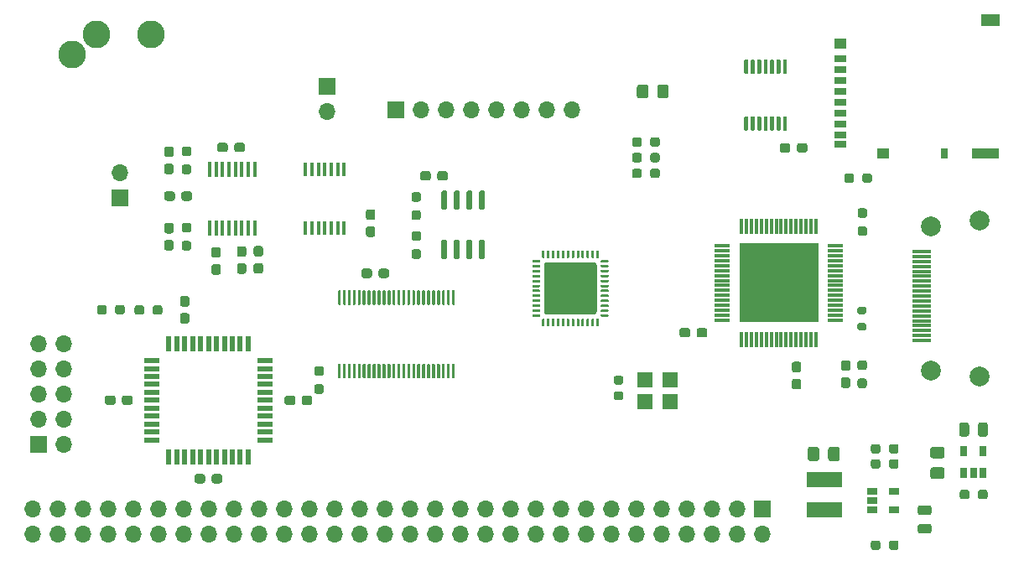
<source format=gts>
G04 #@! TF.GenerationSoftware,KiCad,Pcbnew,(5.1.12)-1*
G04 #@! TF.CreationDate,2022-06-02T09:48:45-07:00*
G04 #@! TF.ProjectId,vera-module-rev4,76657261-2d6d-46f6-9475-6c652d726576,rev?*
G04 #@! TF.SameCoordinates,Original*
G04 #@! TF.FileFunction,Soldermask,Top*
G04 #@! TF.FilePolarity,Negative*
%FSLAX46Y46*%
G04 Gerber Fmt 4.6, Leading zero omitted, Abs format (unit mm)*
G04 Created by KiCad (PCBNEW (5.1.12)-1) date 2022-06-02 09:48:45*
%MOMM*%
%LPD*%
G01*
G04 APERTURE LIST*
%ADD10C,2.800000*%
%ADD11O,1.700000X1.700000*%
%ADD12R,1.700000X1.700000*%
%ADD13C,2.000000*%
%ADD14R,1.900000X0.300000*%
%ADD15R,0.450000X1.500000*%
%ADD16R,8.000000X8.000000*%
%ADD17R,1.500000X0.300000*%
%ADD18R,0.300000X1.500000*%
%ADD19R,1.500000X0.550000*%
%ADD20R,0.550000X1.500000*%
%ADD21R,1.900000X1.300000*%
%ADD22R,2.800000X1.000000*%
%ADD23R,0.800000X1.000000*%
%ADD24R,1.200000X1.000000*%
%ADD25R,1.200000X0.700000*%
%ADD26R,1.600000X1.500000*%
%ADD27R,0.650000X1.060000*%
%ADD28R,1.060000X0.650000*%
%ADD29R,0.450000X1.450000*%
%ADD30R,3.600000X1.500000*%
G04 APERTURE END LIST*
D10*
X113678300Y-105442000D03*
X108178300Y-105442000D03*
X105778300Y-107442000D03*
G36*
G01*
X164829800Y-111625801D02*
X164829800Y-110725799D01*
G75*
G02*
X165079799Y-110475800I249999J0D01*
G01*
X165729801Y-110475800D01*
G75*
G02*
X165979800Y-110725799I0J-249999D01*
G01*
X165979800Y-111625801D01*
G75*
G02*
X165729801Y-111875800I-249999J0D01*
G01*
X165079799Y-111875800D01*
G75*
G02*
X164829800Y-111625801I0J249999D01*
G01*
G37*
G36*
G01*
X162779800Y-111625801D02*
X162779800Y-110725799D01*
G75*
G02*
X163029799Y-110475800I249999J0D01*
G01*
X163679801Y-110475800D01*
G75*
G02*
X163929800Y-110725799I0J-249999D01*
G01*
X163929800Y-111625801D01*
G75*
G02*
X163679801Y-111875800I-249999J0D01*
G01*
X163029799Y-111875800D01*
G75*
G02*
X162779800Y-111625801I0J249999D01*
G01*
G37*
D11*
X101790500Y-155867100D03*
X101790500Y-153327100D03*
X104330500Y-155867100D03*
X104330500Y-153327100D03*
X106870500Y-155867100D03*
X106870500Y-153327100D03*
X109410500Y-155867100D03*
X109410500Y-153327100D03*
X111950500Y-155867100D03*
X111950500Y-153327100D03*
X114490500Y-155867100D03*
X114490500Y-153327100D03*
X117030500Y-155867100D03*
X117030500Y-153327100D03*
X119570500Y-155867100D03*
X119570500Y-153327100D03*
X122110500Y-155867100D03*
X122110500Y-153327100D03*
X124650500Y-155867100D03*
X124650500Y-153327100D03*
X127190500Y-155867100D03*
X127190500Y-153327100D03*
X129730500Y-155867100D03*
X129730500Y-153327100D03*
X132270500Y-155867100D03*
X132270500Y-153327100D03*
X134810500Y-155867100D03*
X134810500Y-153327100D03*
X137350500Y-155867100D03*
X137350500Y-153327100D03*
X139890500Y-155867100D03*
X139890500Y-153327100D03*
X142430500Y-155867100D03*
X142430500Y-153327100D03*
X144970500Y-155867100D03*
X144970500Y-153327100D03*
X147510500Y-155867100D03*
X147510500Y-153327100D03*
X150050500Y-155867100D03*
X150050500Y-153327100D03*
X152590500Y-155867100D03*
X152590500Y-153327100D03*
X155130500Y-155867100D03*
X155130500Y-153327100D03*
X157670500Y-155867100D03*
X157670500Y-153327100D03*
X160210500Y-155867100D03*
X160210500Y-153327100D03*
X162750500Y-155867100D03*
X162750500Y-153327100D03*
X165290500Y-155867100D03*
X165290500Y-153327100D03*
X167830500Y-155867100D03*
X167830500Y-153327100D03*
X170370500Y-155867100D03*
X170370500Y-153327100D03*
X172910500Y-155867100D03*
X172910500Y-153327100D03*
X175450500Y-155867100D03*
D12*
X175450500Y-153327100D03*
D11*
X156210000Y-113042700D03*
X153670000Y-113042700D03*
X151130000Y-113042700D03*
X148590000Y-113042700D03*
X146050000Y-113042700D03*
X143510000Y-113042700D03*
X140970000Y-113042700D03*
D12*
X138430000Y-113042700D03*
G36*
G01*
X124324100Y-128505000D02*
X124799100Y-128505000D01*
G75*
G02*
X125036600Y-128742500I0J-237500D01*
G01*
X125036600Y-129342500D01*
G75*
G02*
X124799100Y-129580000I-237500J0D01*
G01*
X124324100Y-129580000D01*
G75*
G02*
X124086600Y-129342500I0J237500D01*
G01*
X124086600Y-128742500D01*
G75*
G02*
X124324100Y-128505000I237500J0D01*
G01*
G37*
G36*
G01*
X124324100Y-126780000D02*
X124799100Y-126780000D01*
G75*
G02*
X125036600Y-127017500I0J-237500D01*
G01*
X125036600Y-127617500D01*
G75*
G02*
X124799100Y-127855000I-237500J0D01*
G01*
X124324100Y-127855000D01*
G75*
G02*
X124086600Y-127617500I0J237500D01*
G01*
X124086600Y-127017500D01*
G75*
G02*
X124324100Y-126780000I237500J0D01*
G01*
G37*
G36*
G01*
X144168500Y-138674500D02*
X144318500Y-138674500D01*
G75*
G02*
X144393500Y-138749500I0J-75000D01*
G01*
X144393500Y-140074500D01*
G75*
G02*
X144318500Y-140149500I-75000J0D01*
G01*
X144168500Y-140149500D01*
G75*
G02*
X144093500Y-140074500I0J75000D01*
G01*
X144093500Y-138749500D01*
G75*
G02*
X144168500Y-138674500I75000J0D01*
G01*
G37*
G36*
G01*
X143668500Y-138674500D02*
X143818500Y-138674500D01*
G75*
G02*
X143893500Y-138749500I0J-75000D01*
G01*
X143893500Y-140074500D01*
G75*
G02*
X143818500Y-140149500I-75000J0D01*
G01*
X143668500Y-140149500D01*
G75*
G02*
X143593500Y-140074500I0J75000D01*
G01*
X143593500Y-138749500D01*
G75*
G02*
X143668500Y-138674500I75000J0D01*
G01*
G37*
G36*
G01*
X143168500Y-138674500D02*
X143318500Y-138674500D01*
G75*
G02*
X143393500Y-138749500I0J-75000D01*
G01*
X143393500Y-140074500D01*
G75*
G02*
X143318500Y-140149500I-75000J0D01*
G01*
X143168500Y-140149500D01*
G75*
G02*
X143093500Y-140074500I0J75000D01*
G01*
X143093500Y-138749500D01*
G75*
G02*
X143168500Y-138674500I75000J0D01*
G01*
G37*
G36*
G01*
X142668500Y-138674500D02*
X142818500Y-138674500D01*
G75*
G02*
X142893500Y-138749500I0J-75000D01*
G01*
X142893500Y-140074500D01*
G75*
G02*
X142818500Y-140149500I-75000J0D01*
G01*
X142668500Y-140149500D01*
G75*
G02*
X142593500Y-140074500I0J75000D01*
G01*
X142593500Y-138749500D01*
G75*
G02*
X142668500Y-138674500I75000J0D01*
G01*
G37*
G36*
G01*
X142168500Y-138674500D02*
X142318500Y-138674500D01*
G75*
G02*
X142393500Y-138749500I0J-75000D01*
G01*
X142393500Y-140074500D01*
G75*
G02*
X142318500Y-140149500I-75000J0D01*
G01*
X142168500Y-140149500D01*
G75*
G02*
X142093500Y-140074500I0J75000D01*
G01*
X142093500Y-138749500D01*
G75*
G02*
X142168500Y-138674500I75000J0D01*
G01*
G37*
G36*
G01*
X141668500Y-138674500D02*
X141818500Y-138674500D01*
G75*
G02*
X141893500Y-138749500I0J-75000D01*
G01*
X141893500Y-140074500D01*
G75*
G02*
X141818500Y-140149500I-75000J0D01*
G01*
X141668500Y-140149500D01*
G75*
G02*
X141593500Y-140074500I0J75000D01*
G01*
X141593500Y-138749500D01*
G75*
G02*
X141668500Y-138674500I75000J0D01*
G01*
G37*
G36*
G01*
X141168500Y-138674500D02*
X141318500Y-138674500D01*
G75*
G02*
X141393500Y-138749500I0J-75000D01*
G01*
X141393500Y-140074500D01*
G75*
G02*
X141318500Y-140149500I-75000J0D01*
G01*
X141168500Y-140149500D01*
G75*
G02*
X141093500Y-140074500I0J75000D01*
G01*
X141093500Y-138749500D01*
G75*
G02*
X141168500Y-138674500I75000J0D01*
G01*
G37*
G36*
G01*
X140668500Y-138674500D02*
X140818500Y-138674500D01*
G75*
G02*
X140893500Y-138749500I0J-75000D01*
G01*
X140893500Y-140074500D01*
G75*
G02*
X140818500Y-140149500I-75000J0D01*
G01*
X140668500Y-140149500D01*
G75*
G02*
X140593500Y-140074500I0J75000D01*
G01*
X140593500Y-138749500D01*
G75*
G02*
X140668500Y-138674500I75000J0D01*
G01*
G37*
G36*
G01*
X140168500Y-138674500D02*
X140318500Y-138674500D01*
G75*
G02*
X140393500Y-138749500I0J-75000D01*
G01*
X140393500Y-140074500D01*
G75*
G02*
X140318500Y-140149500I-75000J0D01*
G01*
X140168500Y-140149500D01*
G75*
G02*
X140093500Y-140074500I0J75000D01*
G01*
X140093500Y-138749500D01*
G75*
G02*
X140168500Y-138674500I75000J0D01*
G01*
G37*
G36*
G01*
X139668500Y-138674500D02*
X139818500Y-138674500D01*
G75*
G02*
X139893500Y-138749500I0J-75000D01*
G01*
X139893500Y-140074500D01*
G75*
G02*
X139818500Y-140149500I-75000J0D01*
G01*
X139668500Y-140149500D01*
G75*
G02*
X139593500Y-140074500I0J75000D01*
G01*
X139593500Y-138749500D01*
G75*
G02*
X139668500Y-138674500I75000J0D01*
G01*
G37*
G36*
G01*
X139168500Y-138674500D02*
X139318500Y-138674500D01*
G75*
G02*
X139393500Y-138749500I0J-75000D01*
G01*
X139393500Y-140074500D01*
G75*
G02*
X139318500Y-140149500I-75000J0D01*
G01*
X139168500Y-140149500D01*
G75*
G02*
X139093500Y-140074500I0J75000D01*
G01*
X139093500Y-138749500D01*
G75*
G02*
X139168500Y-138674500I75000J0D01*
G01*
G37*
G36*
G01*
X138668500Y-138674500D02*
X138818500Y-138674500D01*
G75*
G02*
X138893500Y-138749500I0J-75000D01*
G01*
X138893500Y-140074500D01*
G75*
G02*
X138818500Y-140149500I-75000J0D01*
G01*
X138668500Y-140149500D01*
G75*
G02*
X138593500Y-140074500I0J75000D01*
G01*
X138593500Y-138749500D01*
G75*
G02*
X138668500Y-138674500I75000J0D01*
G01*
G37*
G36*
G01*
X138168500Y-138674500D02*
X138318500Y-138674500D01*
G75*
G02*
X138393500Y-138749500I0J-75000D01*
G01*
X138393500Y-140074500D01*
G75*
G02*
X138318500Y-140149500I-75000J0D01*
G01*
X138168500Y-140149500D01*
G75*
G02*
X138093500Y-140074500I0J75000D01*
G01*
X138093500Y-138749500D01*
G75*
G02*
X138168500Y-138674500I75000J0D01*
G01*
G37*
G36*
G01*
X137668500Y-138674500D02*
X137818500Y-138674500D01*
G75*
G02*
X137893500Y-138749500I0J-75000D01*
G01*
X137893500Y-140074500D01*
G75*
G02*
X137818500Y-140149500I-75000J0D01*
G01*
X137668500Y-140149500D01*
G75*
G02*
X137593500Y-140074500I0J75000D01*
G01*
X137593500Y-138749500D01*
G75*
G02*
X137668500Y-138674500I75000J0D01*
G01*
G37*
G36*
G01*
X137168500Y-138674500D02*
X137318500Y-138674500D01*
G75*
G02*
X137393500Y-138749500I0J-75000D01*
G01*
X137393500Y-140074500D01*
G75*
G02*
X137318500Y-140149500I-75000J0D01*
G01*
X137168500Y-140149500D01*
G75*
G02*
X137093500Y-140074500I0J75000D01*
G01*
X137093500Y-138749500D01*
G75*
G02*
X137168500Y-138674500I75000J0D01*
G01*
G37*
G36*
G01*
X136668500Y-138674500D02*
X136818500Y-138674500D01*
G75*
G02*
X136893500Y-138749500I0J-75000D01*
G01*
X136893500Y-140074500D01*
G75*
G02*
X136818500Y-140149500I-75000J0D01*
G01*
X136668500Y-140149500D01*
G75*
G02*
X136593500Y-140074500I0J75000D01*
G01*
X136593500Y-138749500D01*
G75*
G02*
X136668500Y-138674500I75000J0D01*
G01*
G37*
G36*
G01*
X136168500Y-138674500D02*
X136318500Y-138674500D01*
G75*
G02*
X136393500Y-138749500I0J-75000D01*
G01*
X136393500Y-140074500D01*
G75*
G02*
X136318500Y-140149500I-75000J0D01*
G01*
X136168500Y-140149500D01*
G75*
G02*
X136093500Y-140074500I0J75000D01*
G01*
X136093500Y-138749500D01*
G75*
G02*
X136168500Y-138674500I75000J0D01*
G01*
G37*
G36*
G01*
X135668500Y-138674500D02*
X135818500Y-138674500D01*
G75*
G02*
X135893500Y-138749500I0J-75000D01*
G01*
X135893500Y-140074500D01*
G75*
G02*
X135818500Y-140149500I-75000J0D01*
G01*
X135668500Y-140149500D01*
G75*
G02*
X135593500Y-140074500I0J75000D01*
G01*
X135593500Y-138749500D01*
G75*
G02*
X135668500Y-138674500I75000J0D01*
G01*
G37*
G36*
G01*
X135168500Y-138674500D02*
X135318500Y-138674500D01*
G75*
G02*
X135393500Y-138749500I0J-75000D01*
G01*
X135393500Y-140074500D01*
G75*
G02*
X135318500Y-140149500I-75000J0D01*
G01*
X135168500Y-140149500D01*
G75*
G02*
X135093500Y-140074500I0J75000D01*
G01*
X135093500Y-138749500D01*
G75*
G02*
X135168500Y-138674500I75000J0D01*
G01*
G37*
G36*
G01*
X134668500Y-138674500D02*
X134818500Y-138674500D01*
G75*
G02*
X134893500Y-138749500I0J-75000D01*
G01*
X134893500Y-140074500D01*
G75*
G02*
X134818500Y-140149500I-75000J0D01*
G01*
X134668500Y-140149500D01*
G75*
G02*
X134593500Y-140074500I0J75000D01*
G01*
X134593500Y-138749500D01*
G75*
G02*
X134668500Y-138674500I75000J0D01*
G01*
G37*
G36*
G01*
X134168500Y-138674500D02*
X134318500Y-138674500D01*
G75*
G02*
X134393500Y-138749500I0J-75000D01*
G01*
X134393500Y-140074500D01*
G75*
G02*
X134318500Y-140149500I-75000J0D01*
G01*
X134168500Y-140149500D01*
G75*
G02*
X134093500Y-140074500I0J75000D01*
G01*
X134093500Y-138749500D01*
G75*
G02*
X134168500Y-138674500I75000J0D01*
G01*
G37*
G36*
G01*
X133668500Y-138674500D02*
X133818500Y-138674500D01*
G75*
G02*
X133893500Y-138749500I0J-75000D01*
G01*
X133893500Y-140074500D01*
G75*
G02*
X133818500Y-140149500I-75000J0D01*
G01*
X133668500Y-140149500D01*
G75*
G02*
X133593500Y-140074500I0J75000D01*
G01*
X133593500Y-138749500D01*
G75*
G02*
X133668500Y-138674500I75000J0D01*
G01*
G37*
G36*
G01*
X133168500Y-138674500D02*
X133318500Y-138674500D01*
G75*
G02*
X133393500Y-138749500I0J-75000D01*
G01*
X133393500Y-140074500D01*
G75*
G02*
X133318500Y-140149500I-75000J0D01*
G01*
X133168500Y-140149500D01*
G75*
G02*
X133093500Y-140074500I0J75000D01*
G01*
X133093500Y-138749500D01*
G75*
G02*
X133168500Y-138674500I75000J0D01*
G01*
G37*
G36*
G01*
X132668500Y-138674500D02*
X132818500Y-138674500D01*
G75*
G02*
X132893500Y-138749500I0J-75000D01*
G01*
X132893500Y-140074500D01*
G75*
G02*
X132818500Y-140149500I-75000J0D01*
G01*
X132668500Y-140149500D01*
G75*
G02*
X132593500Y-140074500I0J75000D01*
G01*
X132593500Y-138749500D01*
G75*
G02*
X132668500Y-138674500I75000J0D01*
G01*
G37*
G36*
G01*
X132668500Y-131249500D02*
X132818500Y-131249500D01*
G75*
G02*
X132893500Y-131324500I0J-75000D01*
G01*
X132893500Y-132649500D01*
G75*
G02*
X132818500Y-132724500I-75000J0D01*
G01*
X132668500Y-132724500D01*
G75*
G02*
X132593500Y-132649500I0J75000D01*
G01*
X132593500Y-131324500D01*
G75*
G02*
X132668500Y-131249500I75000J0D01*
G01*
G37*
G36*
G01*
X133168500Y-131249500D02*
X133318500Y-131249500D01*
G75*
G02*
X133393500Y-131324500I0J-75000D01*
G01*
X133393500Y-132649500D01*
G75*
G02*
X133318500Y-132724500I-75000J0D01*
G01*
X133168500Y-132724500D01*
G75*
G02*
X133093500Y-132649500I0J75000D01*
G01*
X133093500Y-131324500D01*
G75*
G02*
X133168500Y-131249500I75000J0D01*
G01*
G37*
G36*
G01*
X133668500Y-131249500D02*
X133818500Y-131249500D01*
G75*
G02*
X133893500Y-131324500I0J-75000D01*
G01*
X133893500Y-132649500D01*
G75*
G02*
X133818500Y-132724500I-75000J0D01*
G01*
X133668500Y-132724500D01*
G75*
G02*
X133593500Y-132649500I0J75000D01*
G01*
X133593500Y-131324500D01*
G75*
G02*
X133668500Y-131249500I75000J0D01*
G01*
G37*
G36*
G01*
X134168500Y-131249500D02*
X134318500Y-131249500D01*
G75*
G02*
X134393500Y-131324500I0J-75000D01*
G01*
X134393500Y-132649500D01*
G75*
G02*
X134318500Y-132724500I-75000J0D01*
G01*
X134168500Y-132724500D01*
G75*
G02*
X134093500Y-132649500I0J75000D01*
G01*
X134093500Y-131324500D01*
G75*
G02*
X134168500Y-131249500I75000J0D01*
G01*
G37*
G36*
G01*
X134668500Y-131249500D02*
X134818500Y-131249500D01*
G75*
G02*
X134893500Y-131324500I0J-75000D01*
G01*
X134893500Y-132649500D01*
G75*
G02*
X134818500Y-132724500I-75000J0D01*
G01*
X134668500Y-132724500D01*
G75*
G02*
X134593500Y-132649500I0J75000D01*
G01*
X134593500Y-131324500D01*
G75*
G02*
X134668500Y-131249500I75000J0D01*
G01*
G37*
G36*
G01*
X135168500Y-131249500D02*
X135318500Y-131249500D01*
G75*
G02*
X135393500Y-131324500I0J-75000D01*
G01*
X135393500Y-132649500D01*
G75*
G02*
X135318500Y-132724500I-75000J0D01*
G01*
X135168500Y-132724500D01*
G75*
G02*
X135093500Y-132649500I0J75000D01*
G01*
X135093500Y-131324500D01*
G75*
G02*
X135168500Y-131249500I75000J0D01*
G01*
G37*
G36*
G01*
X135668500Y-131249500D02*
X135818500Y-131249500D01*
G75*
G02*
X135893500Y-131324500I0J-75000D01*
G01*
X135893500Y-132649500D01*
G75*
G02*
X135818500Y-132724500I-75000J0D01*
G01*
X135668500Y-132724500D01*
G75*
G02*
X135593500Y-132649500I0J75000D01*
G01*
X135593500Y-131324500D01*
G75*
G02*
X135668500Y-131249500I75000J0D01*
G01*
G37*
G36*
G01*
X136168500Y-131249500D02*
X136318500Y-131249500D01*
G75*
G02*
X136393500Y-131324500I0J-75000D01*
G01*
X136393500Y-132649500D01*
G75*
G02*
X136318500Y-132724500I-75000J0D01*
G01*
X136168500Y-132724500D01*
G75*
G02*
X136093500Y-132649500I0J75000D01*
G01*
X136093500Y-131324500D01*
G75*
G02*
X136168500Y-131249500I75000J0D01*
G01*
G37*
G36*
G01*
X136668500Y-131249500D02*
X136818500Y-131249500D01*
G75*
G02*
X136893500Y-131324500I0J-75000D01*
G01*
X136893500Y-132649500D01*
G75*
G02*
X136818500Y-132724500I-75000J0D01*
G01*
X136668500Y-132724500D01*
G75*
G02*
X136593500Y-132649500I0J75000D01*
G01*
X136593500Y-131324500D01*
G75*
G02*
X136668500Y-131249500I75000J0D01*
G01*
G37*
G36*
G01*
X137168500Y-131249500D02*
X137318500Y-131249500D01*
G75*
G02*
X137393500Y-131324500I0J-75000D01*
G01*
X137393500Y-132649500D01*
G75*
G02*
X137318500Y-132724500I-75000J0D01*
G01*
X137168500Y-132724500D01*
G75*
G02*
X137093500Y-132649500I0J75000D01*
G01*
X137093500Y-131324500D01*
G75*
G02*
X137168500Y-131249500I75000J0D01*
G01*
G37*
G36*
G01*
X137668500Y-131249500D02*
X137818500Y-131249500D01*
G75*
G02*
X137893500Y-131324500I0J-75000D01*
G01*
X137893500Y-132649500D01*
G75*
G02*
X137818500Y-132724500I-75000J0D01*
G01*
X137668500Y-132724500D01*
G75*
G02*
X137593500Y-132649500I0J75000D01*
G01*
X137593500Y-131324500D01*
G75*
G02*
X137668500Y-131249500I75000J0D01*
G01*
G37*
G36*
G01*
X138168500Y-131249500D02*
X138318500Y-131249500D01*
G75*
G02*
X138393500Y-131324500I0J-75000D01*
G01*
X138393500Y-132649500D01*
G75*
G02*
X138318500Y-132724500I-75000J0D01*
G01*
X138168500Y-132724500D01*
G75*
G02*
X138093500Y-132649500I0J75000D01*
G01*
X138093500Y-131324500D01*
G75*
G02*
X138168500Y-131249500I75000J0D01*
G01*
G37*
G36*
G01*
X138668500Y-131249500D02*
X138818500Y-131249500D01*
G75*
G02*
X138893500Y-131324500I0J-75000D01*
G01*
X138893500Y-132649500D01*
G75*
G02*
X138818500Y-132724500I-75000J0D01*
G01*
X138668500Y-132724500D01*
G75*
G02*
X138593500Y-132649500I0J75000D01*
G01*
X138593500Y-131324500D01*
G75*
G02*
X138668500Y-131249500I75000J0D01*
G01*
G37*
G36*
G01*
X139168500Y-131249500D02*
X139318500Y-131249500D01*
G75*
G02*
X139393500Y-131324500I0J-75000D01*
G01*
X139393500Y-132649500D01*
G75*
G02*
X139318500Y-132724500I-75000J0D01*
G01*
X139168500Y-132724500D01*
G75*
G02*
X139093500Y-132649500I0J75000D01*
G01*
X139093500Y-131324500D01*
G75*
G02*
X139168500Y-131249500I75000J0D01*
G01*
G37*
G36*
G01*
X139668500Y-131249500D02*
X139818500Y-131249500D01*
G75*
G02*
X139893500Y-131324500I0J-75000D01*
G01*
X139893500Y-132649500D01*
G75*
G02*
X139818500Y-132724500I-75000J0D01*
G01*
X139668500Y-132724500D01*
G75*
G02*
X139593500Y-132649500I0J75000D01*
G01*
X139593500Y-131324500D01*
G75*
G02*
X139668500Y-131249500I75000J0D01*
G01*
G37*
G36*
G01*
X140168500Y-131249500D02*
X140318500Y-131249500D01*
G75*
G02*
X140393500Y-131324500I0J-75000D01*
G01*
X140393500Y-132649500D01*
G75*
G02*
X140318500Y-132724500I-75000J0D01*
G01*
X140168500Y-132724500D01*
G75*
G02*
X140093500Y-132649500I0J75000D01*
G01*
X140093500Y-131324500D01*
G75*
G02*
X140168500Y-131249500I75000J0D01*
G01*
G37*
G36*
G01*
X140668500Y-131249500D02*
X140818500Y-131249500D01*
G75*
G02*
X140893500Y-131324500I0J-75000D01*
G01*
X140893500Y-132649500D01*
G75*
G02*
X140818500Y-132724500I-75000J0D01*
G01*
X140668500Y-132724500D01*
G75*
G02*
X140593500Y-132649500I0J75000D01*
G01*
X140593500Y-131324500D01*
G75*
G02*
X140668500Y-131249500I75000J0D01*
G01*
G37*
G36*
G01*
X141168500Y-131249500D02*
X141318500Y-131249500D01*
G75*
G02*
X141393500Y-131324500I0J-75000D01*
G01*
X141393500Y-132649500D01*
G75*
G02*
X141318500Y-132724500I-75000J0D01*
G01*
X141168500Y-132724500D01*
G75*
G02*
X141093500Y-132649500I0J75000D01*
G01*
X141093500Y-131324500D01*
G75*
G02*
X141168500Y-131249500I75000J0D01*
G01*
G37*
G36*
G01*
X141668500Y-131249500D02*
X141818500Y-131249500D01*
G75*
G02*
X141893500Y-131324500I0J-75000D01*
G01*
X141893500Y-132649500D01*
G75*
G02*
X141818500Y-132724500I-75000J0D01*
G01*
X141668500Y-132724500D01*
G75*
G02*
X141593500Y-132649500I0J75000D01*
G01*
X141593500Y-131324500D01*
G75*
G02*
X141668500Y-131249500I75000J0D01*
G01*
G37*
G36*
G01*
X142168500Y-131249500D02*
X142318500Y-131249500D01*
G75*
G02*
X142393500Y-131324500I0J-75000D01*
G01*
X142393500Y-132649500D01*
G75*
G02*
X142318500Y-132724500I-75000J0D01*
G01*
X142168500Y-132724500D01*
G75*
G02*
X142093500Y-132649500I0J75000D01*
G01*
X142093500Y-131324500D01*
G75*
G02*
X142168500Y-131249500I75000J0D01*
G01*
G37*
G36*
G01*
X142668500Y-131249500D02*
X142818500Y-131249500D01*
G75*
G02*
X142893500Y-131324500I0J-75000D01*
G01*
X142893500Y-132649500D01*
G75*
G02*
X142818500Y-132724500I-75000J0D01*
G01*
X142668500Y-132724500D01*
G75*
G02*
X142593500Y-132649500I0J75000D01*
G01*
X142593500Y-131324500D01*
G75*
G02*
X142668500Y-131249500I75000J0D01*
G01*
G37*
G36*
G01*
X143168500Y-131249500D02*
X143318500Y-131249500D01*
G75*
G02*
X143393500Y-131324500I0J-75000D01*
G01*
X143393500Y-132649500D01*
G75*
G02*
X143318500Y-132724500I-75000J0D01*
G01*
X143168500Y-132724500D01*
G75*
G02*
X143093500Y-132649500I0J75000D01*
G01*
X143093500Y-131324500D01*
G75*
G02*
X143168500Y-131249500I75000J0D01*
G01*
G37*
G36*
G01*
X143668500Y-131249500D02*
X143818500Y-131249500D01*
G75*
G02*
X143893500Y-131324500I0J-75000D01*
G01*
X143893500Y-132649500D01*
G75*
G02*
X143818500Y-132724500I-75000J0D01*
G01*
X143668500Y-132724500D01*
G75*
G02*
X143593500Y-132649500I0J75000D01*
G01*
X143593500Y-131324500D01*
G75*
G02*
X143668500Y-131249500I75000J0D01*
G01*
G37*
G36*
G01*
X144168500Y-131249500D02*
X144318500Y-131249500D01*
G75*
G02*
X144393500Y-131324500I0J-75000D01*
G01*
X144393500Y-132649500D01*
G75*
G02*
X144318500Y-132724500I-75000J0D01*
G01*
X144168500Y-132724500D01*
G75*
G02*
X144093500Y-132649500I0J75000D01*
G01*
X144093500Y-131324500D01*
G75*
G02*
X144168500Y-131249500I75000J0D01*
G01*
G37*
G36*
G01*
X163267200Y-116043700D02*
X163267200Y-116518700D01*
G75*
G02*
X163029700Y-116756200I-237500J0D01*
G01*
X162529700Y-116756200D01*
G75*
G02*
X162292200Y-116518700I0J237500D01*
G01*
X162292200Y-116043700D01*
G75*
G02*
X162529700Y-115806200I237500J0D01*
G01*
X163029700Y-115806200D01*
G75*
G02*
X163267200Y-116043700I0J-237500D01*
G01*
G37*
G36*
G01*
X165092200Y-116043700D02*
X165092200Y-116518700D01*
G75*
G02*
X164854700Y-116756200I-237500J0D01*
G01*
X164354700Y-116756200D01*
G75*
G02*
X164117200Y-116518700I0J237500D01*
G01*
X164117200Y-116043700D01*
G75*
G02*
X164354700Y-115806200I237500J0D01*
G01*
X164854700Y-115806200D01*
G75*
G02*
X165092200Y-116043700I0J-237500D01*
G01*
G37*
D11*
X110578900Y-119367300D03*
D12*
X110578900Y-121907300D03*
D13*
X197387800Y-139930000D03*
X197387800Y-124230000D03*
X192437800Y-139330000D03*
X192437800Y-124830000D03*
D14*
X191537800Y-136330000D03*
X191537800Y-135830000D03*
X191537800Y-135330000D03*
X191537800Y-134830000D03*
X191537800Y-134330000D03*
X191537800Y-133830000D03*
X191537800Y-133330000D03*
X191537800Y-132830000D03*
X191537800Y-132330000D03*
X191537800Y-131830000D03*
X191537800Y-131330000D03*
X191537800Y-130830000D03*
X191537800Y-130330000D03*
X191537800Y-129830000D03*
X191537800Y-129330000D03*
X191537800Y-128830000D03*
X191537800Y-128330000D03*
X191537800Y-127830000D03*
X191537800Y-127330000D03*
D15*
X119632300Y-119033500D03*
X120282300Y-119033500D03*
X120932300Y-119033500D03*
X121582300Y-119033500D03*
X122232300Y-119033500D03*
X122882300Y-119033500D03*
X123532300Y-119033500D03*
X124182300Y-119033500D03*
X124182300Y-124933500D03*
X123532300Y-124933500D03*
X122882300Y-124933500D03*
X122232300Y-124933500D03*
X121582300Y-124933500D03*
X120932300Y-124933500D03*
X120282300Y-124933500D03*
X119632300Y-124933500D03*
G36*
G01*
X117072400Y-118549600D02*
X117547400Y-118549600D01*
G75*
G02*
X117784900Y-118787100I0J-237500D01*
G01*
X117784900Y-119287100D01*
G75*
G02*
X117547400Y-119524600I-237500J0D01*
G01*
X117072400Y-119524600D01*
G75*
G02*
X116834900Y-119287100I0J237500D01*
G01*
X116834900Y-118787100D01*
G75*
G02*
X117072400Y-118549600I237500J0D01*
G01*
G37*
G36*
G01*
X117072400Y-116724600D02*
X117547400Y-116724600D01*
G75*
G02*
X117784900Y-116962100I0J-237500D01*
G01*
X117784900Y-117462100D01*
G75*
G02*
X117547400Y-117699600I-237500J0D01*
G01*
X117072400Y-117699600D01*
G75*
G02*
X116834900Y-117462100I0J237500D01*
G01*
X116834900Y-116962100D01*
G75*
G02*
X117072400Y-116724600I237500J0D01*
G01*
G37*
G36*
G01*
X117547400Y-125419300D02*
X117072400Y-125419300D01*
G75*
G02*
X116834900Y-125181800I0J237500D01*
G01*
X116834900Y-124681800D01*
G75*
G02*
X117072400Y-124444300I237500J0D01*
G01*
X117547400Y-124444300D01*
G75*
G02*
X117784900Y-124681800I0J-237500D01*
G01*
X117784900Y-125181800D01*
G75*
G02*
X117547400Y-125419300I-237500J0D01*
G01*
G37*
G36*
G01*
X117547400Y-127244300D02*
X117072400Y-127244300D01*
G75*
G02*
X116834900Y-127006800I0J237500D01*
G01*
X116834900Y-126506800D01*
G75*
G02*
X117072400Y-126269300I237500J0D01*
G01*
X117547400Y-126269300D01*
G75*
G02*
X117784900Y-126506800I0J-237500D01*
G01*
X117784900Y-127006800D01*
G75*
G02*
X117547400Y-127244300I-237500J0D01*
G01*
G37*
G36*
G01*
X122635000Y-128517700D02*
X123110000Y-128517700D01*
G75*
G02*
X123347500Y-128755200I0J-237500D01*
G01*
X123347500Y-129355200D01*
G75*
G02*
X123110000Y-129592700I-237500J0D01*
G01*
X122635000Y-129592700D01*
G75*
G02*
X122397500Y-129355200I0J237500D01*
G01*
X122397500Y-128755200D01*
G75*
G02*
X122635000Y-128517700I237500J0D01*
G01*
G37*
G36*
G01*
X122635000Y-126792700D02*
X123110000Y-126792700D01*
G75*
G02*
X123347500Y-127030200I0J-237500D01*
G01*
X123347500Y-127630200D01*
G75*
G02*
X123110000Y-127867700I-237500J0D01*
G01*
X122635000Y-127867700D01*
G75*
G02*
X122397500Y-127630200I0J237500D01*
G01*
X122397500Y-127030200D01*
G75*
G02*
X122635000Y-126792700I237500J0D01*
G01*
G37*
G36*
G01*
X120056900Y-128607700D02*
X120531900Y-128607700D01*
G75*
G02*
X120769400Y-128845200I0J-237500D01*
G01*
X120769400Y-129445200D01*
G75*
G02*
X120531900Y-129682700I-237500J0D01*
G01*
X120056900Y-129682700D01*
G75*
G02*
X119819400Y-129445200I0J237500D01*
G01*
X119819400Y-128845200D01*
G75*
G02*
X120056900Y-128607700I237500J0D01*
G01*
G37*
G36*
G01*
X120056900Y-126882700D02*
X120531900Y-126882700D01*
G75*
G02*
X120769400Y-127120200I0J-237500D01*
G01*
X120769400Y-127720200D01*
G75*
G02*
X120531900Y-127957700I-237500J0D01*
G01*
X120056900Y-127957700D01*
G75*
G02*
X119819400Y-127720200I0J237500D01*
G01*
X119819400Y-127120200D01*
G75*
G02*
X120056900Y-126882700I237500J0D01*
G01*
G37*
G36*
G01*
X122131800Y-117064800D02*
X122131800Y-116589800D01*
G75*
G02*
X122369300Y-116352300I237500J0D01*
G01*
X122969300Y-116352300D01*
G75*
G02*
X123206800Y-116589800I0J-237500D01*
G01*
X123206800Y-117064800D01*
G75*
G02*
X122969300Y-117302300I-237500J0D01*
G01*
X122369300Y-117302300D01*
G75*
G02*
X122131800Y-117064800I0J237500D01*
G01*
G37*
G36*
G01*
X120406800Y-117064800D02*
X120406800Y-116589800D01*
G75*
G02*
X120644300Y-116352300I237500J0D01*
G01*
X121244300Y-116352300D01*
G75*
G02*
X121481800Y-116589800I0J-237500D01*
G01*
X121481800Y-117064800D01*
G75*
G02*
X121244300Y-117302300I-237500J0D01*
G01*
X120644300Y-117302300D01*
G75*
G02*
X120406800Y-117064800I0J237500D01*
G01*
G37*
G36*
G01*
X115294400Y-118461500D02*
X115769400Y-118461500D01*
G75*
G02*
X116006900Y-118699000I0J-237500D01*
G01*
X116006900Y-119299000D01*
G75*
G02*
X115769400Y-119536500I-237500J0D01*
G01*
X115294400Y-119536500D01*
G75*
G02*
X115056900Y-119299000I0J237500D01*
G01*
X115056900Y-118699000D01*
G75*
G02*
X115294400Y-118461500I237500J0D01*
G01*
G37*
G36*
G01*
X115294400Y-116736500D02*
X115769400Y-116736500D01*
G75*
G02*
X116006900Y-116974000I0J-237500D01*
G01*
X116006900Y-117574000D01*
G75*
G02*
X115769400Y-117811500I-237500J0D01*
G01*
X115294400Y-117811500D01*
G75*
G02*
X115056900Y-117574000I0J237500D01*
G01*
X115056900Y-116974000D01*
G75*
G02*
X115294400Y-116736500I237500J0D01*
G01*
G37*
G36*
G01*
X116784000Y-121979700D02*
X116784000Y-121504700D01*
G75*
G02*
X117021500Y-121267200I237500J0D01*
G01*
X117621500Y-121267200D01*
G75*
G02*
X117859000Y-121504700I0J-237500D01*
G01*
X117859000Y-121979700D01*
G75*
G02*
X117621500Y-122217200I-237500J0D01*
G01*
X117021500Y-122217200D01*
G75*
G02*
X116784000Y-121979700I0J237500D01*
G01*
G37*
G36*
G01*
X115059000Y-121979700D02*
X115059000Y-121504700D01*
G75*
G02*
X115296500Y-121267200I237500J0D01*
G01*
X115896500Y-121267200D01*
G75*
G02*
X116134000Y-121504700I0J-237500D01*
G01*
X116134000Y-121979700D01*
G75*
G02*
X115896500Y-122217200I-237500J0D01*
G01*
X115296500Y-122217200D01*
G75*
G02*
X115059000Y-121979700I0J237500D01*
G01*
G37*
G36*
G01*
X115769400Y-125519300D02*
X115294400Y-125519300D01*
G75*
G02*
X115056900Y-125281800I0J237500D01*
G01*
X115056900Y-124681800D01*
G75*
G02*
X115294400Y-124444300I237500J0D01*
G01*
X115769400Y-124444300D01*
G75*
G02*
X116006900Y-124681800I0J-237500D01*
G01*
X116006900Y-125281800D01*
G75*
G02*
X115769400Y-125519300I-237500J0D01*
G01*
G37*
G36*
G01*
X115769400Y-127244300D02*
X115294400Y-127244300D01*
G75*
G02*
X115056900Y-127006800I0J237500D01*
G01*
X115056900Y-126406800D01*
G75*
G02*
X115294400Y-126169300I237500J0D01*
G01*
X115769400Y-126169300D01*
G75*
G02*
X116006900Y-126406800I0J-237500D01*
G01*
X116006900Y-127006800D01*
G75*
G02*
X115769400Y-127244300I-237500J0D01*
G01*
G37*
G36*
G01*
X140249900Y-123168600D02*
X140724900Y-123168600D01*
G75*
G02*
X140962400Y-123406100I0J-237500D01*
G01*
X140962400Y-123906100D01*
G75*
G02*
X140724900Y-124143600I-237500J0D01*
G01*
X140249900Y-124143600D01*
G75*
G02*
X140012400Y-123906100I0J237500D01*
G01*
X140012400Y-123406100D01*
G75*
G02*
X140249900Y-123168600I237500J0D01*
G01*
G37*
G36*
G01*
X140249900Y-121343600D02*
X140724900Y-121343600D01*
G75*
G02*
X140962400Y-121581100I0J-237500D01*
G01*
X140962400Y-122081100D01*
G75*
G02*
X140724900Y-122318600I-237500J0D01*
G01*
X140249900Y-122318600D01*
G75*
G02*
X140012400Y-122081100I0J237500D01*
G01*
X140012400Y-121581100D01*
G75*
G02*
X140249900Y-121343600I237500J0D01*
G01*
G37*
G36*
G01*
X140750300Y-126255600D02*
X140275300Y-126255600D01*
G75*
G02*
X140037800Y-126018100I0J237500D01*
G01*
X140037800Y-125518100D01*
G75*
G02*
X140275300Y-125280600I237500J0D01*
G01*
X140750300Y-125280600D01*
G75*
G02*
X140987800Y-125518100I0J-237500D01*
G01*
X140987800Y-126018100D01*
G75*
G02*
X140750300Y-126255600I-237500J0D01*
G01*
G37*
G36*
G01*
X140750300Y-128080600D02*
X140275300Y-128080600D01*
G75*
G02*
X140037800Y-127843100I0J237500D01*
G01*
X140037800Y-127343100D01*
G75*
G02*
X140275300Y-127105600I237500J0D01*
G01*
X140750300Y-127105600D01*
G75*
G02*
X140987800Y-127343100I0J-237500D01*
G01*
X140987800Y-127843100D01*
G75*
G02*
X140750300Y-128080600I-237500J0D01*
G01*
G37*
G36*
G01*
X141966900Y-119460000D02*
X141966900Y-119935000D01*
G75*
G02*
X141729400Y-120172500I-237500J0D01*
G01*
X141129400Y-120172500D01*
G75*
G02*
X140891900Y-119935000I0J237500D01*
G01*
X140891900Y-119460000D01*
G75*
G02*
X141129400Y-119222500I237500J0D01*
G01*
X141729400Y-119222500D01*
G75*
G02*
X141966900Y-119460000I0J-237500D01*
G01*
G37*
G36*
G01*
X143691900Y-119460000D02*
X143691900Y-119935000D01*
G75*
G02*
X143454400Y-120172500I-237500J0D01*
G01*
X142854400Y-120172500D01*
G75*
G02*
X142616900Y-119935000I0J237500D01*
G01*
X142616900Y-119460000D01*
G75*
G02*
X142854400Y-119222500I237500J0D01*
G01*
X143454400Y-119222500D01*
G75*
G02*
X143691900Y-119460000I0J-237500D01*
G01*
G37*
G36*
G01*
X130920500Y-139895400D02*
X130445500Y-139895400D01*
G75*
G02*
X130208000Y-139657900I0J237500D01*
G01*
X130208000Y-139157900D01*
G75*
G02*
X130445500Y-138920400I237500J0D01*
G01*
X130920500Y-138920400D01*
G75*
G02*
X131158000Y-139157900I0J-237500D01*
G01*
X131158000Y-139657900D01*
G75*
G02*
X130920500Y-139895400I-237500J0D01*
G01*
G37*
G36*
G01*
X130920500Y-141720400D02*
X130445500Y-141720400D01*
G75*
G02*
X130208000Y-141482900I0J237500D01*
G01*
X130208000Y-140982900D01*
G75*
G02*
X130445500Y-140745400I237500J0D01*
G01*
X130920500Y-140745400D01*
G75*
G02*
X131158000Y-140982900I0J-237500D01*
G01*
X131158000Y-141482900D01*
G75*
G02*
X130920500Y-141720400I-237500J0D01*
G01*
G37*
G36*
G01*
X136036000Y-129302500D02*
X136036000Y-129777500D01*
G75*
G02*
X135798500Y-130015000I-237500J0D01*
G01*
X135198500Y-130015000D01*
G75*
G02*
X134961000Y-129777500I0J237500D01*
G01*
X134961000Y-129302500D01*
G75*
G02*
X135198500Y-129065000I237500J0D01*
G01*
X135798500Y-129065000D01*
G75*
G02*
X136036000Y-129302500I0J-237500D01*
G01*
G37*
G36*
G01*
X137761000Y-129302500D02*
X137761000Y-129777500D01*
G75*
G02*
X137523500Y-130015000I-237500J0D01*
G01*
X136923500Y-130015000D01*
G75*
G02*
X136686000Y-129777500I0J237500D01*
G01*
X136686000Y-129302500D01*
G75*
G02*
X136923500Y-129065000I237500J0D01*
G01*
X137523500Y-129065000D01*
G75*
G02*
X137761000Y-129302500I0J-237500D01*
G01*
G37*
G36*
G01*
X136127500Y-124146600D02*
X135652500Y-124146600D01*
G75*
G02*
X135415000Y-123909100I0J237500D01*
G01*
X135415000Y-123309100D01*
G75*
G02*
X135652500Y-123071600I237500J0D01*
G01*
X136127500Y-123071600D01*
G75*
G02*
X136365000Y-123309100I0J-237500D01*
G01*
X136365000Y-123909100D01*
G75*
G02*
X136127500Y-124146600I-237500J0D01*
G01*
G37*
G36*
G01*
X136127500Y-125871600D02*
X135652500Y-125871600D01*
G75*
G02*
X135415000Y-125634100I0J237500D01*
G01*
X135415000Y-125034100D01*
G75*
G02*
X135652500Y-124796600I237500J0D01*
G01*
X136127500Y-124796600D01*
G75*
G02*
X136365000Y-125034100I0J-237500D01*
G01*
X136365000Y-125634100D01*
G75*
G02*
X136127500Y-125871600I-237500J0D01*
G01*
G37*
G36*
G01*
X177618000Y-113669100D02*
X177818000Y-113669100D01*
G75*
G02*
X177918000Y-113769100I0J-100000D01*
G01*
X177918000Y-115044100D01*
G75*
G02*
X177818000Y-115144100I-100000J0D01*
G01*
X177618000Y-115144100D01*
G75*
G02*
X177518000Y-115044100I0J100000D01*
G01*
X177518000Y-113769100D01*
G75*
G02*
X177618000Y-113669100I100000J0D01*
G01*
G37*
G36*
G01*
X176968000Y-113669100D02*
X177168000Y-113669100D01*
G75*
G02*
X177268000Y-113769100I0J-100000D01*
G01*
X177268000Y-115044100D01*
G75*
G02*
X177168000Y-115144100I-100000J0D01*
G01*
X176968000Y-115144100D01*
G75*
G02*
X176868000Y-115044100I0J100000D01*
G01*
X176868000Y-113769100D01*
G75*
G02*
X176968000Y-113669100I100000J0D01*
G01*
G37*
G36*
G01*
X176318000Y-113669100D02*
X176518000Y-113669100D01*
G75*
G02*
X176618000Y-113769100I0J-100000D01*
G01*
X176618000Y-115044100D01*
G75*
G02*
X176518000Y-115144100I-100000J0D01*
G01*
X176318000Y-115144100D01*
G75*
G02*
X176218000Y-115044100I0J100000D01*
G01*
X176218000Y-113769100D01*
G75*
G02*
X176318000Y-113669100I100000J0D01*
G01*
G37*
G36*
G01*
X175668000Y-113669100D02*
X175868000Y-113669100D01*
G75*
G02*
X175968000Y-113769100I0J-100000D01*
G01*
X175968000Y-115044100D01*
G75*
G02*
X175868000Y-115144100I-100000J0D01*
G01*
X175668000Y-115144100D01*
G75*
G02*
X175568000Y-115044100I0J100000D01*
G01*
X175568000Y-113769100D01*
G75*
G02*
X175668000Y-113669100I100000J0D01*
G01*
G37*
G36*
G01*
X175018000Y-113669100D02*
X175218000Y-113669100D01*
G75*
G02*
X175318000Y-113769100I0J-100000D01*
G01*
X175318000Y-115044100D01*
G75*
G02*
X175218000Y-115144100I-100000J0D01*
G01*
X175018000Y-115144100D01*
G75*
G02*
X174918000Y-115044100I0J100000D01*
G01*
X174918000Y-113769100D01*
G75*
G02*
X175018000Y-113669100I100000J0D01*
G01*
G37*
G36*
G01*
X174368000Y-113669100D02*
X174568000Y-113669100D01*
G75*
G02*
X174668000Y-113769100I0J-100000D01*
G01*
X174668000Y-115044100D01*
G75*
G02*
X174568000Y-115144100I-100000J0D01*
G01*
X174368000Y-115144100D01*
G75*
G02*
X174268000Y-115044100I0J100000D01*
G01*
X174268000Y-113769100D01*
G75*
G02*
X174368000Y-113669100I100000J0D01*
G01*
G37*
G36*
G01*
X173718000Y-113669100D02*
X173918000Y-113669100D01*
G75*
G02*
X174018000Y-113769100I0J-100000D01*
G01*
X174018000Y-115044100D01*
G75*
G02*
X173918000Y-115144100I-100000J0D01*
G01*
X173718000Y-115144100D01*
G75*
G02*
X173618000Y-115044100I0J100000D01*
G01*
X173618000Y-113769100D01*
G75*
G02*
X173718000Y-113669100I100000J0D01*
G01*
G37*
G36*
G01*
X173718000Y-107944100D02*
X173918000Y-107944100D01*
G75*
G02*
X174018000Y-108044100I0J-100000D01*
G01*
X174018000Y-109319100D01*
G75*
G02*
X173918000Y-109419100I-100000J0D01*
G01*
X173718000Y-109419100D01*
G75*
G02*
X173618000Y-109319100I0J100000D01*
G01*
X173618000Y-108044100D01*
G75*
G02*
X173718000Y-107944100I100000J0D01*
G01*
G37*
G36*
G01*
X174368000Y-107944100D02*
X174568000Y-107944100D01*
G75*
G02*
X174668000Y-108044100I0J-100000D01*
G01*
X174668000Y-109319100D01*
G75*
G02*
X174568000Y-109419100I-100000J0D01*
G01*
X174368000Y-109419100D01*
G75*
G02*
X174268000Y-109319100I0J100000D01*
G01*
X174268000Y-108044100D01*
G75*
G02*
X174368000Y-107944100I100000J0D01*
G01*
G37*
G36*
G01*
X175018000Y-107944100D02*
X175218000Y-107944100D01*
G75*
G02*
X175318000Y-108044100I0J-100000D01*
G01*
X175318000Y-109319100D01*
G75*
G02*
X175218000Y-109419100I-100000J0D01*
G01*
X175018000Y-109419100D01*
G75*
G02*
X174918000Y-109319100I0J100000D01*
G01*
X174918000Y-108044100D01*
G75*
G02*
X175018000Y-107944100I100000J0D01*
G01*
G37*
G36*
G01*
X175668000Y-107944100D02*
X175868000Y-107944100D01*
G75*
G02*
X175968000Y-108044100I0J-100000D01*
G01*
X175968000Y-109319100D01*
G75*
G02*
X175868000Y-109419100I-100000J0D01*
G01*
X175668000Y-109419100D01*
G75*
G02*
X175568000Y-109319100I0J100000D01*
G01*
X175568000Y-108044100D01*
G75*
G02*
X175668000Y-107944100I100000J0D01*
G01*
G37*
G36*
G01*
X176318000Y-107944100D02*
X176518000Y-107944100D01*
G75*
G02*
X176618000Y-108044100I0J-100000D01*
G01*
X176618000Y-109319100D01*
G75*
G02*
X176518000Y-109419100I-100000J0D01*
G01*
X176318000Y-109419100D01*
G75*
G02*
X176218000Y-109319100I0J100000D01*
G01*
X176218000Y-108044100D01*
G75*
G02*
X176318000Y-107944100I100000J0D01*
G01*
G37*
G36*
G01*
X176968000Y-107944100D02*
X177168000Y-107944100D01*
G75*
G02*
X177268000Y-108044100I0J-100000D01*
G01*
X177268000Y-109319100D01*
G75*
G02*
X177168000Y-109419100I-100000J0D01*
G01*
X176968000Y-109419100D01*
G75*
G02*
X176868000Y-109319100I0J100000D01*
G01*
X176868000Y-108044100D01*
G75*
G02*
X176968000Y-107944100I100000J0D01*
G01*
G37*
G36*
G01*
X177618000Y-107944100D02*
X177818000Y-107944100D01*
G75*
G02*
X177918000Y-108044100I0J-100000D01*
G01*
X177918000Y-109319100D01*
G75*
G02*
X177818000Y-109419100I-100000J0D01*
G01*
X177618000Y-109419100D01*
G75*
G02*
X177518000Y-109319100I0J100000D01*
G01*
X177518000Y-108044100D01*
G75*
G02*
X177618000Y-107944100I100000J0D01*
G01*
G37*
G36*
G01*
X184677500Y-119688600D02*
X184677500Y-120163600D01*
G75*
G02*
X184440000Y-120401100I-237500J0D01*
G01*
X183940000Y-120401100D01*
G75*
G02*
X183702500Y-120163600I0J237500D01*
G01*
X183702500Y-119688600D01*
G75*
G02*
X183940000Y-119451100I237500J0D01*
G01*
X184440000Y-119451100D01*
G75*
G02*
X184677500Y-119688600I0J-237500D01*
G01*
G37*
G36*
G01*
X186502500Y-119688600D02*
X186502500Y-120163600D01*
G75*
G02*
X186265000Y-120401100I-237500J0D01*
G01*
X185765000Y-120401100D01*
G75*
G02*
X185527500Y-120163600I0J237500D01*
G01*
X185527500Y-119688600D01*
G75*
G02*
X185765000Y-119451100I237500J0D01*
G01*
X186265000Y-119451100D01*
G75*
G02*
X186502500Y-119688600I0J-237500D01*
G01*
G37*
G36*
G01*
X178925100Y-117115600D02*
X178925100Y-116640600D01*
G75*
G02*
X179162600Y-116403100I237500J0D01*
G01*
X179762600Y-116403100D01*
G75*
G02*
X180000100Y-116640600I0J-237500D01*
G01*
X180000100Y-117115600D01*
G75*
G02*
X179762600Y-117353100I-237500J0D01*
G01*
X179162600Y-117353100D01*
G75*
G02*
X178925100Y-117115600I0J237500D01*
G01*
G37*
G36*
G01*
X177200100Y-117115600D02*
X177200100Y-116640600D01*
G75*
G02*
X177437600Y-116403100I237500J0D01*
G01*
X178037600Y-116403100D01*
G75*
G02*
X178275100Y-116640600I0J-237500D01*
G01*
X178275100Y-117115600D01*
G75*
G02*
X178037600Y-117353100I-237500J0D01*
G01*
X177437600Y-117353100D01*
G75*
G02*
X177200100Y-117115600I0J237500D01*
G01*
G37*
G36*
G01*
X197213600Y-145788400D02*
X197213600Y-144838400D01*
G75*
G02*
X197463600Y-144588400I250000J0D01*
G01*
X197963600Y-144588400D01*
G75*
G02*
X198213600Y-144838400I0J-250000D01*
G01*
X198213600Y-145788400D01*
G75*
G02*
X197963600Y-146038400I-250000J0D01*
G01*
X197463600Y-146038400D01*
G75*
G02*
X197213600Y-145788400I0J250000D01*
G01*
G37*
G36*
G01*
X195313600Y-145788400D02*
X195313600Y-144838400D01*
G75*
G02*
X195563600Y-144588400I250000J0D01*
G01*
X196063600Y-144588400D01*
G75*
G02*
X196313600Y-144838400I0J-250000D01*
G01*
X196313600Y-145788400D01*
G75*
G02*
X196063600Y-146038400I-250000J0D01*
G01*
X195563600Y-146038400D01*
G75*
G02*
X195313600Y-145788400I0J250000D01*
G01*
G37*
G36*
G01*
X197198800Y-152104100D02*
X197198800Y-151629100D01*
G75*
G02*
X197436300Y-151391600I237500J0D01*
G01*
X197936300Y-151391600D01*
G75*
G02*
X198173800Y-151629100I0J-237500D01*
G01*
X198173800Y-152104100D01*
G75*
G02*
X197936300Y-152341600I-237500J0D01*
G01*
X197436300Y-152341600D01*
G75*
G02*
X197198800Y-152104100I0J237500D01*
G01*
G37*
G36*
G01*
X195373800Y-152104100D02*
X195373800Y-151629100D01*
G75*
G02*
X195611300Y-151391600I237500J0D01*
G01*
X196111300Y-151391600D01*
G75*
G02*
X196348800Y-151629100I0J-237500D01*
G01*
X196348800Y-152104100D01*
G75*
G02*
X196111300Y-152341600I-237500J0D01*
G01*
X195611300Y-152341600D01*
G75*
G02*
X195373800Y-152104100I0J237500D01*
G01*
G37*
G36*
G01*
X193591200Y-148228900D02*
X192641200Y-148228900D01*
G75*
G02*
X192391200Y-147978900I0J250000D01*
G01*
X192391200Y-147303900D01*
G75*
G02*
X192641200Y-147053900I250000J0D01*
G01*
X193591200Y-147053900D01*
G75*
G02*
X193841200Y-147303900I0J-250000D01*
G01*
X193841200Y-147978900D01*
G75*
G02*
X193591200Y-148228900I-250000J0D01*
G01*
G37*
G36*
G01*
X193591200Y-150303900D02*
X192641200Y-150303900D01*
G75*
G02*
X192391200Y-150053900I0J250000D01*
G01*
X192391200Y-149378900D01*
G75*
G02*
X192641200Y-149128900I250000J0D01*
G01*
X193591200Y-149128900D01*
G75*
G02*
X193841200Y-149378900I0J-250000D01*
G01*
X193841200Y-150053900D01*
G75*
G02*
X193591200Y-150303900I-250000J0D01*
G01*
G37*
G36*
G01*
X187369900Y-147019000D02*
X187369900Y-147494000D01*
G75*
G02*
X187132400Y-147731500I-237500J0D01*
G01*
X186632400Y-147731500D01*
G75*
G02*
X186394900Y-147494000I0J237500D01*
G01*
X186394900Y-147019000D01*
G75*
G02*
X186632400Y-146781500I237500J0D01*
G01*
X187132400Y-146781500D01*
G75*
G02*
X187369900Y-147019000I0J-237500D01*
G01*
G37*
G36*
G01*
X189194900Y-147019000D02*
X189194900Y-147494000D01*
G75*
G02*
X188957400Y-147731500I-237500J0D01*
G01*
X188457400Y-147731500D01*
G75*
G02*
X188219900Y-147494000I0J237500D01*
G01*
X188219900Y-147019000D01*
G75*
G02*
X188457400Y-146781500I237500J0D01*
G01*
X188957400Y-146781500D01*
G75*
G02*
X189194900Y-147019000I0J-237500D01*
G01*
G37*
G36*
G01*
X188219900Y-149018000D02*
X188219900Y-148543000D01*
G75*
G02*
X188457400Y-148305500I237500J0D01*
G01*
X188957400Y-148305500D01*
G75*
G02*
X189194900Y-148543000I0J-237500D01*
G01*
X189194900Y-149018000D01*
G75*
G02*
X188957400Y-149255500I-237500J0D01*
G01*
X188457400Y-149255500D01*
G75*
G02*
X188219900Y-149018000I0J237500D01*
G01*
G37*
G36*
G01*
X186394900Y-149018000D02*
X186394900Y-148543000D01*
G75*
G02*
X186632400Y-148305500I237500J0D01*
G01*
X187132400Y-148305500D01*
G75*
G02*
X187369900Y-148543000I0J-237500D01*
G01*
X187369900Y-149018000D01*
G75*
G02*
X187132400Y-149255500I-237500J0D01*
G01*
X186632400Y-149255500D01*
G75*
G02*
X186394900Y-149018000I0J237500D01*
G01*
G37*
G36*
G01*
X182085400Y-148252200D02*
X182085400Y-147302200D01*
G75*
G02*
X182335400Y-147052200I250000J0D01*
G01*
X183010400Y-147052200D01*
G75*
G02*
X183260400Y-147302200I0J-250000D01*
G01*
X183260400Y-148252200D01*
G75*
G02*
X183010400Y-148502200I-250000J0D01*
G01*
X182335400Y-148502200D01*
G75*
G02*
X182085400Y-148252200I0J250000D01*
G01*
G37*
G36*
G01*
X180010400Y-148252200D02*
X180010400Y-147302200D01*
G75*
G02*
X180260400Y-147052200I250000J0D01*
G01*
X180935400Y-147052200D01*
G75*
G02*
X181185400Y-147302200I0J-250000D01*
G01*
X181185400Y-148252200D01*
G75*
G02*
X180935400Y-148502200I-250000J0D01*
G01*
X180260400Y-148502200D01*
G75*
G02*
X180010400Y-148252200I0J250000D01*
G01*
G37*
G36*
G01*
X187369900Y-156759900D02*
X187369900Y-157234900D01*
G75*
G02*
X187132400Y-157472400I-237500J0D01*
G01*
X186632400Y-157472400D01*
G75*
G02*
X186394900Y-157234900I0J237500D01*
G01*
X186394900Y-156759900D01*
G75*
G02*
X186632400Y-156522400I237500J0D01*
G01*
X187132400Y-156522400D01*
G75*
G02*
X187369900Y-156759900I0J-237500D01*
G01*
G37*
G36*
G01*
X189194900Y-156759900D02*
X189194900Y-157234900D01*
G75*
G02*
X188957400Y-157472400I-237500J0D01*
G01*
X188457400Y-157472400D01*
G75*
G02*
X188219900Y-157234900I0J237500D01*
G01*
X188219900Y-156759900D01*
G75*
G02*
X188457400Y-156522400I237500J0D01*
G01*
X188957400Y-156522400D01*
G75*
G02*
X189194900Y-156759900I0J-237500D01*
G01*
G37*
G36*
G01*
X165092200Y-119206000D02*
X165092200Y-119681000D01*
G75*
G02*
X164854700Y-119918500I-237500J0D01*
G01*
X164354700Y-119918500D01*
G75*
G02*
X164117200Y-119681000I0J237500D01*
G01*
X164117200Y-119206000D01*
G75*
G02*
X164354700Y-118968500I237500J0D01*
G01*
X164854700Y-118968500D01*
G75*
G02*
X165092200Y-119206000I0J-237500D01*
G01*
G37*
G36*
G01*
X163267200Y-119206000D02*
X163267200Y-119681000D01*
G75*
G02*
X163029700Y-119918500I-237500J0D01*
G01*
X162529700Y-119918500D01*
G75*
G02*
X162292200Y-119681000I0J237500D01*
G01*
X162292200Y-119206000D01*
G75*
G02*
X162529700Y-118968500I237500J0D01*
G01*
X163029700Y-118968500D01*
G75*
G02*
X163267200Y-119206000I0J-237500D01*
G01*
G37*
G36*
G01*
X163267200Y-117618500D02*
X163267200Y-118093500D01*
G75*
G02*
X163029700Y-118331000I-237500J0D01*
G01*
X162529700Y-118331000D01*
G75*
G02*
X162292200Y-118093500I0J237500D01*
G01*
X162292200Y-117618500D01*
G75*
G02*
X162529700Y-117381000I237500J0D01*
G01*
X163029700Y-117381000D01*
G75*
G02*
X163267200Y-117618500I0J-237500D01*
G01*
G37*
G36*
G01*
X165092200Y-117618500D02*
X165092200Y-118093500D01*
G75*
G02*
X164854700Y-118331000I-237500J0D01*
G01*
X164354700Y-118331000D01*
G75*
G02*
X164117200Y-118093500I0J237500D01*
G01*
X164117200Y-117618500D01*
G75*
G02*
X164354700Y-117381000I237500J0D01*
G01*
X164854700Y-117381000D01*
G75*
G02*
X165092200Y-117618500I0J-237500D01*
G01*
G37*
G36*
G01*
X185284100Y-140152300D02*
X185759100Y-140152300D01*
G75*
G02*
X185996600Y-140389800I0J-237500D01*
G01*
X185996600Y-140889800D01*
G75*
G02*
X185759100Y-141127300I-237500J0D01*
G01*
X185284100Y-141127300D01*
G75*
G02*
X185046600Y-140889800I0J237500D01*
G01*
X185046600Y-140389800D01*
G75*
G02*
X185284100Y-140152300I237500J0D01*
G01*
G37*
G36*
G01*
X185284100Y-138327300D02*
X185759100Y-138327300D01*
G75*
G02*
X185996600Y-138564800I0J-237500D01*
G01*
X185996600Y-139064800D01*
G75*
G02*
X185759100Y-139302300I-237500J0D01*
G01*
X185284100Y-139302300D01*
G75*
G02*
X185046600Y-139064800I0J237500D01*
G01*
X185046600Y-138564800D01*
G75*
G02*
X185284100Y-138327300I237500J0D01*
G01*
G37*
G36*
G01*
X185309500Y-124794200D02*
X185784500Y-124794200D01*
G75*
G02*
X186022000Y-125031700I0J-237500D01*
G01*
X186022000Y-125531700D01*
G75*
G02*
X185784500Y-125769200I-237500J0D01*
G01*
X185309500Y-125769200D01*
G75*
G02*
X185072000Y-125531700I0J237500D01*
G01*
X185072000Y-125031700D01*
G75*
G02*
X185309500Y-124794200I237500J0D01*
G01*
G37*
G36*
G01*
X185309500Y-122969200D02*
X185784500Y-122969200D01*
G75*
G02*
X186022000Y-123206700I0J-237500D01*
G01*
X186022000Y-123706700D01*
G75*
G02*
X185784500Y-123944200I-237500J0D01*
G01*
X185309500Y-123944200D01*
G75*
G02*
X185072000Y-123706700I0J237500D01*
G01*
X185072000Y-123206700D01*
G75*
G02*
X185309500Y-122969200I237500J0D01*
G01*
G37*
D16*
X177094900Y-130511300D03*
D17*
X171394900Y-134261300D03*
X171394900Y-133761300D03*
X171394900Y-133261300D03*
X171394900Y-132761300D03*
X171394900Y-132261300D03*
X171394900Y-131761300D03*
X171394900Y-131261300D03*
X171394900Y-130761300D03*
X171394900Y-130261300D03*
X171394900Y-129761300D03*
X171394900Y-129261300D03*
X171394900Y-128761300D03*
X171394900Y-128261300D03*
X171394900Y-127761300D03*
X171394900Y-127261300D03*
X171394900Y-126761300D03*
D18*
X173344900Y-124811300D03*
X173844900Y-124811300D03*
X174344900Y-124811300D03*
X174844900Y-124811300D03*
X175344900Y-124811300D03*
X175844900Y-124811300D03*
X176344900Y-124811300D03*
X176844900Y-124811300D03*
X177344900Y-124811300D03*
X177844900Y-124811300D03*
X178344900Y-124811300D03*
X178844900Y-124811300D03*
X179344900Y-124811300D03*
X179844900Y-124811300D03*
X180344900Y-124811300D03*
X180844900Y-124811300D03*
D17*
X182794900Y-126761300D03*
X182794900Y-127261300D03*
X182794900Y-127761300D03*
X182794900Y-128261300D03*
X182794900Y-128761300D03*
X182794900Y-129261300D03*
X182794900Y-129761300D03*
X182794900Y-130261300D03*
X182794900Y-130761300D03*
X182794900Y-131261300D03*
X182794900Y-131761300D03*
X182794900Y-132261300D03*
X182794900Y-132761300D03*
X182794900Y-133261300D03*
X182794900Y-133761300D03*
X182794900Y-134261300D03*
D18*
X180844900Y-136211300D03*
X180344900Y-136211300D03*
X179844900Y-136211300D03*
X179344900Y-136211300D03*
X178844900Y-136211300D03*
X178344900Y-136211300D03*
X177844900Y-136211300D03*
X177344900Y-136211300D03*
X176844900Y-136211300D03*
X176344900Y-136211300D03*
X175844900Y-136211300D03*
X175344900Y-136211300D03*
X174844900Y-136211300D03*
X174344900Y-136211300D03*
X173844900Y-136211300D03*
X173344900Y-136211300D03*
G36*
G01*
X109254100Y-132972800D02*
X109254100Y-133447800D01*
G75*
G02*
X109016600Y-133685300I-237500J0D01*
G01*
X108516600Y-133685300D01*
G75*
G02*
X108279100Y-133447800I0J237500D01*
G01*
X108279100Y-132972800D01*
G75*
G02*
X108516600Y-132735300I237500J0D01*
G01*
X109016600Y-132735300D01*
G75*
G02*
X109254100Y-132972800I0J-237500D01*
G01*
G37*
G36*
G01*
X111079100Y-132972800D02*
X111079100Y-133447800D01*
G75*
G02*
X110841600Y-133685300I-237500J0D01*
G01*
X110341600Y-133685300D01*
G75*
G02*
X110104100Y-133447800I0J237500D01*
G01*
X110104100Y-132972800D01*
G75*
G02*
X110341600Y-132735300I237500J0D01*
G01*
X110841600Y-132735300D01*
G75*
G02*
X111079100Y-132972800I0J-237500D01*
G01*
G37*
G36*
G01*
X113888700Y-133473200D02*
X113888700Y-132998200D01*
G75*
G02*
X114126200Y-132760700I237500J0D01*
G01*
X114626200Y-132760700D01*
G75*
G02*
X114863700Y-132998200I0J-237500D01*
G01*
X114863700Y-133473200D01*
G75*
G02*
X114626200Y-133710700I-237500J0D01*
G01*
X114126200Y-133710700D01*
G75*
G02*
X113888700Y-133473200I0J237500D01*
G01*
G37*
G36*
G01*
X112063700Y-133473200D02*
X112063700Y-132998200D01*
G75*
G02*
X112301200Y-132760700I237500J0D01*
G01*
X112801200Y-132760700D01*
G75*
G02*
X113038700Y-132998200I0J-237500D01*
G01*
X113038700Y-133473200D01*
G75*
G02*
X112801200Y-133710700I-237500J0D01*
G01*
X112301200Y-133710700D01*
G75*
G02*
X112063700Y-133473200I0J237500D01*
G01*
G37*
G36*
G01*
X119194700Y-150041600D02*
X119194700Y-150516600D01*
G75*
G02*
X118957200Y-150754100I-237500J0D01*
G01*
X118357200Y-150754100D01*
G75*
G02*
X118119700Y-150516600I0J237500D01*
G01*
X118119700Y-150041600D01*
G75*
G02*
X118357200Y-149804100I237500J0D01*
G01*
X118957200Y-149804100D01*
G75*
G02*
X119194700Y-150041600I0J-237500D01*
G01*
G37*
G36*
G01*
X120919700Y-150041600D02*
X120919700Y-150516600D01*
G75*
G02*
X120682200Y-150754100I-237500J0D01*
G01*
X120082200Y-150754100D01*
G75*
G02*
X119844700Y-150516600I0J237500D01*
G01*
X119844700Y-150041600D01*
G75*
G02*
X120082200Y-149804100I237500J0D01*
G01*
X120682200Y-149804100D01*
G75*
G02*
X120919700Y-150041600I0J-237500D01*
G01*
G37*
G36*
G01*
X110139600Y-142116800D02*
X110139600Y-142591800D01*
G75*
G02*
X109902100Y-142829300I-237500J0D01*
G01*
X109302100Y-142829300D01*
G75*
G02*
X109064600Y-142591800I0J237500D01*
G01*
X109064600Y-142116800D01*
G75*
G02*
X109302100Y-141879300I237500J0D01*
G01*
X109902100Y-141879300D01*
G75*
G02*
X110139600Y-142116800I0J-237500D01*
G01*
G37*
G36*
G01*
X111864600Y-142116800D02*
X111864600Y-142591800D01*
G75*
G02*
X111627100Y-142829300I-237500J0D01*
G01*
X111027100Y-142829300D01*
G75*
G02*
X110789600Y-142591800I0J237500D01*
G01*
X110789600Y-142116800D01*
G75*
G02*
X111027100Y-141879300I237500J0D01*
G01*
X111627100Y-141879300D01*
G75*
G02*
X111864600Y-142116800I0J-237500D01*
G01*
G37*
G36*
G01*
X128936800Y-142604500D02*
X128936800Y-142129500D01*
G75*
G02*
X129174300Y-141892000I237500J0D01*
G01*
X129774300Y-141892000D01*
G75*
G02*
X130011800Y-142129500I0J-237500D01*
G01*
X130011800Y-142604500D01*
G75*
G02*
X129774300Y-142842000I-237500J0D01*
G01*
X129174300Y-142842000D01*
G75*
G02*
X128936800Y-142604500I0J237500D01*
G01*
G37*
G36*
G01*
X127211800Y-142604500D02*
X127211800Y-142129500D01*
G75*
G02*
X127449300Y-141892000I237500J0D01*
G01*
X128049300Y-141892000D01*
G75*
G02*
X128286800Y-142129500I0J-237500D01*
G01*
X128286800Y-142604500D01*
G75*
G02*
X128049300Y-142842000I-237500J0D01*
G01*
X127449300Y-142842000D01*
G75*
G02*
X127211800Y-142604500I0J237500D01*
G01*
G37*
G36*
G01*
X117369600Y-132898000D02*
X116894600Y-132898000D01*
G75*
G02*
X116657100Y-132660500I0J237500D01*
G01*
X116657100Y-132060500D01*
G75*
G02*
X116894600Y-131823000I237500J0D01*
G01*
X117369600Y-131823000D01*
G75*
G02*
X117607100Y-132060500I0J-237500D01*
G01*
X117607100Y-132660500D01*
G75*
G02*
X117369600Y-132898000I-237500J0D01*
G01*
G37*
G36*
G01*
X117369600Y-134623000D02*
X116894600Y-134623000D01*
G75*
G02*
X116657100Y-134385500I0J237500D01*
G01*
X116657100Y-133785500D01*
G75*
G02*
X116894600Y-133548000I237500J0D01*
G01*
X117369600Y-133548000D01*
G75*
G02*
X117607100Y-133785500I0J-237500D01*
G01*
X117607100Y-134385500D01*
G75*
G02*
X117369600Y-134623000I-237500J0D01*
G01*
G37*
D11*
X104876600Y-136690100D03*
X102336600Y-136690100D03*
X104876600Y-139230100D03*
X102336600Y-139230100D03*
X104876600Y-141770100D03*
X102336600Y-141770100D03*
X104876600Y-144310100D03*
X102336600Y-144310100D03*
X104876600Y-146850100D03*
D12*
X102336600Y-146850100D03*
G36*
G01*
X185771200Y-133686500D02*
X185221200Y-133686500D01*
G75*
G02*
X185021200Y-133486500I0J200000D01*
G01*
X185021200Y-133086500D01*
G75*
G02*
X185221200Y-132886500I200000J0D01*
G01*
X185771200Y-132886500D01*
G75*
G02*
X185971200Y-133086500I0J-200000D01*
G01*
X185971200Y-133486500D01*
G75*
G02*
X185771200Y-133686500I-200000J0D01*
G01*
G37*
G36*
G01*
X185771200Y-135336500D02*
X185221200Y-135336500D01*
G75*
G02*
X185021200Y-135136500I0J200000D01*
G01*
X185021200Y-134736500D01*
G75*
G02*
X185221200Y-134536500I200000J0D01*
G01*
X185771200Y-134536500D01*
G75*
G02*
X185971200Y-134736500I0J-200000D01*
G01*
X185971200Y-135136500D01*
G75*
G02*
X185771200Y-135336500I-200000J0D01*
G01*
G37*
G36*
G01*
X178654700Y-140190100D02*
X179129700Y-140190100D01*
G75*
G02*
X179367200Y-140427600I0J-237500D01*
G01*
X179367200Y-141027600D01*
G75*
G02*
X179129700Y-141265100I-237500J0D01*
G01*
X178654700Y-141265100D01*
G75*
G02*
X178417200Y-141027600I0J237500D01*
G01*
X178417200Y-140427600D01*
G75*
G02*
X178654700Y-140190100I237500J0D01*
G01*
G37*
G36*
G01*
X178654700Y-138465100D02*
X179129700Y-138465100D01*
G75*
G02*
X179367200Y-138702600I0J-237500D01*
G01*
X179367200Y-139302600D01*
G75*
G02*
X179129700Y-139540100I-237500J0D01*
G01*
X178654700Y-139540100D01*
G75*
G02*
X178417200Y-139302600I0J237500D01*
G01*
X178417200Y-138702600D01*
G75*
G02*
X178654700Y-138465100I237500J0D01*
G01*
G37*
G36*
G01*
X168153200Y-135296900D02*
X168153200Y-135771900D01*
G75*
G02*
X167915700Y-136009400I-237500J0D01*
G01*
X167315700Y-136009400D01*
G75*
G02*
X167078200Y-135771900I0J237500D01*
G01*
X167078200Y-135296900D01*
G75*
G02*
X167315700Y-135059400I237500J0D01*
G01*
X167915700Y-135059400D01*
G75*
G02*
X168153200Y-135296900I0J-237500D01*
G01*
G37*
G36*
G01*
X169878200Y-135296900D02*
X169878200Y-135771900D01*
G75*
G02*
X169640700Y-136009400I-237500J0D01*
G01*
X169040700Y-136009400D01*
G75*
G02*
X168803200Y-135771900I0J237500D01*
G01*
X168803200Y-135296900D01*
G75*
G02*
X169040700Y-135059400I237500J0D01*
G01*
X169640700Y-135059400D01*
G75*
G02*
X169878200Y-135296900I0J-237500D01*
G01*
G37*
G36*
G01*
X183620400Y-140036600D02*
X184095400Y-140036600D01*
G75*
G02*
X184332900Y-140274100I0J-237500D01*
G01*
X184332900Y-140874100D01*
G75*
G02*
X184095400Y-141111600I-237500J0D01*
G01*
X183620400Y-141111600D01*
G75*
G02*
X183382900Y-140874100I0J237500D01*
G01*
X183382900Y-140274100D01*
G75*
G02*
X183620400Y-140036600I237500J0D01*
G01*
G37*
G36*
G01*
X183620400Y-138311600D02*
X184095400Y-138311600D01*
G75*
G02*
X184332900Y-138549100I0J-237500D01*
G01*
X184332900Y-139149100D01*
G75*
G02*
X184095400Y-139386600I-237500J0D01*
G01*
X183620400Y-139386600D01*
G75*
G02*
X183382900Y-139149100I0J237500D01*
G01*
X183382900Y-138549100D01*
G75*
G02*
X183620400Y-138311600I237500J0D01*
G01*
G37*
D19*
X125232400Y-138354300D03*
X125232400Y-139154300D03*
X125232400Y-139954300D03*
X125232400Y-140754300D03*
X125232400Y-141554300D03*
X125232400Y-142354300D03*
X125232400Y-143154300D03*
X125232400Y-143954300D03*
X125232400Y-144754300D03*
X125232400Y-145554300D03*
X125232400Y-146354300D03*
D20*
X123532400Y-148054300D03*
X122732400Y-148054300D03*
X121932400Y-148054300D03*
X121132400Y-148054300D03*
X120332400Y-148054300D03*
X119532400Y-148054300D03*
X118732400Y-148054300D03*
X117932400Y-148054300D03*
X117132400Y-148054300D03*
X116332400Y-148054300D03*
X115532400Y-148054300D03*
D19*
X113832400Y-146354300D03*
X113832400Y-145554300D03*
X113832400Y-144754300D03*
X113832400Y-143954300D03*
X113832400Y-143154300D03*
X113832400Y-142354300D03*
X113832400Y-141554300D03*
X113832400Y-140754300D03*
X113832400Y-139954300D03*
X113832400Y-139154300D03*
X113832400Y-138354300D03*
D20*
X115532400Y-136654300D03*
X116332400Y-136654300D03*
X117132400Y-136654300D03*
X117932400Y-136654300D03*
X118732400Y-136654300D03*
X119532400Y-136654300D03*
X120332400Y-136654300D03*
X121132400Y-136654300D03*
X121932400Y-136654300D03*
X122732400Y-136654300D03*
X123532400Y-136654300D03*
D21*
X198433800Y-103954700D03*
D22*
X197983800Y-117454700D03*
D23*
X193833800Y-117454700D03*
D24*
X187633800Y-117454700D03*
X183333800Y-106304700D03*
D25*
X183333800Y-114454700D03*
X183333800Y-113354700D03*
X183333800Y-112254700D03*
X183333800Y-111154700D03*
X183333800Y-110054700D03*
X183333800Y-108954700D03*
X183333800Y-107854700D03*
X183333800Y-115554700D03*
X183333800Y-116504700D03*
D11*
X131483100Y-113182400D03*
D12*
X131483100Y-110642400D03*
G36*
G01*
X160665450Y-141459800D02*
X161177950Y-141459800D01*
G75*
G02*
X161396700Y-141678550I0J-218750D01*
G01*
X161396700Y-142116050D01*
G75*
G02*
X161177950Y-142334800I-218750J0D01*
G01*
X160665450Y-142334800D01*
G75*
G02*
X160446700Y-142116050I0J218750D01*
G01*
X160446700Y-141678550D01*
G75*
G02*
X160665450Y-141459800I218750J0D01*
G01*
G37*
G36*
G01*
X160665450Y-139884800D02*
X161177950Y-139884800D01*
G75*
G02*
X161396700Y-140103550I0J-218750D01*
G01*
X161396700Y-140541050D01*
G75*
G02*
X161177950Y-140759800I-218750J0D01*
G01*
X160665450Y-140759800D01*
G75*
G02*
X160446700Y-140541050I0J218750D01*
G01*
X160446700Y-140103550D01*
G75*
G02*
X160665450Y-139884800I218750J0D01*
G01*
G37*
D26*
X163626800Y-140322300D03*
X166166800Y-140322300D03*
X166166800Y-142522300D03*
X163626800Y-142522300D03*
D27*
X195798400Y-147490000D03*
X197698400Y-147490000D03*
X197698400Y-149690000D03*
X196748400Y-149690000D03*
X195798400Y-149690000D03*
D28*
X188704400Y-151538900D03*
X188704400Y-153438900D03*
X186504400Y-153438900D03*
X186504400Y-152488900D03*
X186504400Y-151538900D03*
G36*
G01*
X143469500Y-123137800D02*
X143169500Y-123137800D01*
G75*
G02*
X143019500Y-122987800I0J150000D01*
G01*
X143019500Y-121337800D01*
G75*
G02*
X143169500Y-121187800I150000J0D01*
G01*
X143469500Y-121187800D01*
G75*
G02*
X143619500Y-121337800I0J-150000D01*
G01*
X143619500Y-122987800D01*
G75*
G02*
X143469500Y-123137800I-150000J0D01*
G01*
G37*
G36*
G01*
X144739500Y-123137800D02*
X144439500Y-123137800D01*
G75*
G02*
X144289500Y-122987800I0J150000D01*
G01*
X144289500Y-121337800D01*
G75*
G02*
X144439500Y-121187800I150000J0D01*
G01*
X144739500Y-121187800D01*
G75*
G02*
X144889500Y-121337800I0J-150000D01*
G01*
X144889500Y-122987800D01*
G75*
G02*
X144739500Y-123137800I-150000J0D01*
G01*
G37*
G36*
G01*
X146009500Y-123137800D02*
X145709500Y-123137800D01*
G75*
G02*
X145559500Y-122987800I0J150000D01*
G01*
X145559500Y-121337800D01*
G75*
G02*
X145709500Y-121187800I150000J0D01*
G01*
X146009500Y-121187800D01*
G75*
G02*
X146159500Y-121337800I0J-150000D01*
G01*
X146159500Y-122987800D01*
G75*
G02*
X146009500Y-123137800I-150000J0D01*
G01*
G37*
G36*
G01*
X147279500Y-123137800D02*
X146979500Y-123137800D01*
G75*
G02*
X146829500Y-122987800I0J150000D01*
G01*
X146829500Y-121337800D01*
G75*
G02*
X146979500Y-121187800I150000J0D01*
G01*
X147279500Y-121187800D01*
G75*
G02*
X147429500Y-121337800I0J-150000D01*
G01*
X147429500Y-122987800D01*
G75*
G02*
X147279500Y-123137800I-150000J0D01*
G01*
G37*
G36*
G01*
X147279500Y-128087800D02*
X146979500Y-128087800D01*
G75*
G02*
X146829500Y-127937800I0J150000D01*
G01*
X146829500Y-126287800D01*
G75*
G02*
X146979500Y-126137800I150000J0D01*
G01*
X147279500Y-126137800D01*
G75*
G02*
X147429500Y-126287800I0J-150000D01*
G01*
X147429500Y-127937800D01*
G75*
G02*
X147279500Y-128087800I-150000J0D01*
G01*
G37*
G36*
G01*
X146009500Y-128087800D02*
X145709500Y-128087800D01*
G75*
G02*
X145559500Y-127937800I0J150000D01*
G01*
X145559500Y-126287800D01*
G75*
G02*
X145709500Y-126137800I150000J0D01*
G01*
X146009500Y-126137800D01*
G75*
G02*
X146159500Y-126287800I0J-150000D01*
G01*
X146159500Y-127937800D01*
G75*
G02*
X146009500Y-128087800I-150000J0D01*
G01*
G37*
G36*
G01*
X144739500Y-128087800D02*
X144439500Y-128087800D01*
G75*
G02*
X144289500Y-127937800I0J150000D01*
G01*
X144289500Y-126287800D01*
G75*
G02*
X144439500Y-126137800I150000J0D01*
G01*
X144739500Y-126137800D01*
G75*
G02*
X144889500Y-126287800I0J-150000D01*
G01*
X144889500Y-127937800D01*
G75*
G02*
X144739500Y-128087800I-150000J0D01*
G01*
G37*
G36*
G01*
X143469500Y-128087800D02*
X143169500Y-128087800D01*
G75*
G02*
X143019500Y-127937800I0J150000D01*
G01*
X143019500Y-126287800D01*
G75*
G02*
X143169500Y-126137800I150000J0D01*
G01*
X143469500Y-126137800D01*
G75*
G02*
X143619500Y-126287800I0J-150000D01*
G01*
X143619500Y-127937800D01*
G75*
G02*
X143469500Y-128087800I-150000J0D01*
G01*
G37*
D29*
X133217200Y-124933500D03*
X132567200Y-124933500D03*
X131917200Y-124933500D03*
X131267200Y-124933500D03*
X130617200Y-124933500D03*
X129967200Y-124933500D03*
X129317200Y-124933500D03*
X129317200Y-119033500D03*
X129967200Y-119033500D03*
X130617200Y-119033500D03*
X131267200Y-119033500D03*
X131917200Y-119033500D03*
X132567200Y-119033500D03*
X133217200Y-119033500D03*
G36*
G01*
X159182400Y-128187800D02*
X159857400Y-128187800D01*
G75*
G02*
X159919900Y-128250300I0J-62500D01*
G01*
X159919900Y-128375300D01*
G75*
G02*
X159857400Y-128437800I-62500J0D01*
G01*
X159182400Y-128437800D01*
G75*
G02*
X159119900Y-128375300I0J62500D01*
G01*
X159119900Y-128250300D01*
G75*
G02*
X159182400Y-128187800I62500J0D01*
G01*
G37*
G36*
G01*
X159182400Y-128687800D02*
X159857400Y-128687800D01*
G75*
G02*
X159919900Y-128750300I0J-62500D01*
G01*
X159919900Y-128875300D01*
G75*
G02*
X159857400Y-128937800I-62500J0D01*
G01*
X159182400Y-128937800D01*
G75*
G02*
X159119900Y-128875300I0J62500D01*
G01*
X159119900Y-128750300D01*
G75*
G02*
X159182400Y-128687800I62500J0D01*
G01*
G37*
G36*
G01*
X159182400Y-129187800D02*
X159857400Y-129187800D01*
G75*
G02*
X159919900Y-129250300I0J-62500D01*
G01*
X159919900Y-129375300D01*
G75*
G02*
X159857400Y-129437800I-62500J0D01*
G01*
X159182400Y-129437800D01*
G75*
G02*
X159119900Y-129375300I0J62500D01*
G01*
X159119900Y-129250300D01*
G75*
G02*
X159182400Y-129187800I62500J0D01*
G01*
G37*
G36*
G01*
X159182400Y-129687800D02*
X159857400Y-129687800D01*
G75*
G02*
X159919900Y-129750300I0J-62500D01*
G01*
X159919900Y-129875300D01*
G75*
G02*
X159857400Y-129937800I-62500J0D01*
G01*
X159182400Y-129937800D01*
G75*
G02*
X159119900Y-129875300I0J62500D01*
G01*
X159119900Y-129750300D01*
G75*
G02*
X159182400Y-129687800I62500J0D01*
G01*
G37*
G36*
G01*
X159182400Y-130187800D02*
X159857400Y-130187800D01*
G75*
G02*
X159919900Y-130250300I0J-62500D01*
G01*
X159919900Y-130375300D01*
G75*
G02*
X159857400Y-130437800I-62500J0D01*
G01*
X159182400Y-130437800D01*
G75*
G02*
X159119900Y-130375300I0J62500D01*
G01*
X159119900Y-130250300D01*
G75*
G02*
X159182400Y-130187800I62500J0D01*
G01*
G37*
G36*
G01*
X159182400Y-130687800D02*
X159857400Y-130687800D01*
G75*
G02*
X159919900Y-130750300I0J-62500D01*
G01*
X159919900Y-130875300D01*
G75*
G02*
X159857400Y-130937800I-62500J0D01*
G01*
X159182400Y-130937800D01*
G75*
G02*
X159119900Y-130875300I0J62500D01*
G01*
X159119900Y-130750300D01*
G75*
G02*
X159182400Y-130687800I62500J0D01*
G01*
G37*
G36*
G01*
X159182400Y-131187800D02*
X159857400Y-131187800D01*
G75*
G02*
X159919900Y-131250300I0J-62500D01*
G01*
X159919900Y-131375300D01*
G75*
G02*
X159857400Y-131437800I-62500J0D01*
G01*
X159182400Y-131437800D01*
G75*
G02*
X159119900Y-131375300I0J62500D01*
G01*
X159119900Y-131250300D01*
G75*
G02*
X159182400Y-131187800I62500J0D01*
G01*
G37*
G36*
G01*
X159182400Y-131687800D02*
X159857400Y-131687800D01*
G75*
G02*
X159919900Y-131750300I0J-62500D01*
G01*
X159919900Y-131875300D01*
G75*
G02*
X159857400Y-131937800I-62500J0D01*
G01*
X159182400Y-131937800D01*
G75*
G02*
X159119900Y-131875300I0J62500D01*
G01*
X159119900Y-131750300D01*
G75*
G02*
X159182400Y-131687800I62500J0D01*
G01*
G37*
G36*
G01*
X159182400Y-132187800D02*
X159857400Y-132187800D01*
G75*
G02*
X159919900Y-132250300I0J-62500D01*
G01*
X159919900Y-132375300D01*
G75*
G02*
X159857400Y-132437800I-62500J0D01*
G01*
X159182400Y-132437800D01*
G75*
G02*
X159119900Y-132375300I0J62500D01*
G01*
X159119900Y-132250300D01*
G75*
G02*
X159182400Y-132187800I62500J0D01*
G01*
G37*
G36*
G01*
X159182400Y-132687800D02*
X159857400Y-132687800D01*
G75*
G02*
X159919900Y-132750300I0J-62500D01*
G01*
X159919900Y-132875300D01*
G75*
G02*
X159857400Y-132937800I-62500J0D01*
G01*
X159182400Y-132937800D01*
G75*
G02*
X159119900Y-132875300I0J62500D01*
G01*
X159119900Y-132750300D01*
G75*
G02*
X159182400Y-132687800I62500J0D01*
G01*
G37*
G36*
G01*
X159182400Y-133187800D02*
X159857400Y-133187800D01*
G75*
G02*
X159919900Y-133250300I0J-62500D01*
G01*
X159919900Y-133375300D01*
G75*
G02*
X159857400Y-133437800I-62500J0D01*
G01*
X159182400Y-133437800D01*
G75*
G02*
X159119900Y-133375300I0J62500D01*
G01*
X159119900Y-133250300D01*
G75*
G02*
X159182400Y-133187800I62500J0D01*
G01*
G37*
G36*
G01*
X159182400Y-133687800D02*
X159857400Y-133687800D01*
G75*
G02*
X159919900Y-133750300I0J-62500D01*
G01*
X159919900Y-133875300D01*
G75*
G02*
X159857400Y-133937800I-62500J0D01*
G01*
X159182400Y-133937800D01*
G75*
G02*
X159119900Y-133875300I0J62500D01*
G01*
X159119900Y-133750300D01*
G75*
G02*
X159182400Y-133687800I62500J0D01*
G01*
G37*
G36*
G01*
X158757400Y-134112800D02*
X158882400Y-134112800D01*
G75*
G02*
X158944900Y-134175300I0J-62500D01*
G01*
X158944900Y-134850300D01*
G75*
G02*
X158882400Y-134912800I-62500J0D01*
G01*
X158757400Y-134912800D01*
G75*
G02*
X158694900Y-134850300I0J62500D01*
G01*
X158694900Y-134175300D01*
G75*
G02*
X158757400Y-134112800I62500J0D01*
G01*
G37*
G36*
G01*
X158257400Y-134112800D02*
X158382400Y-134112800D01*
G75*
G02*
X158444900Y-134175300I0J-62500D01*
G01*
X158444900Y-134850300D01*
G75*
G02*
X158382400Y-134912800I-62500J0D01*
G01*
X158257400Y-134912800D01*
G75*
G02*
X158194900Y-134850300I0J62500D01*
G01*
X158194900Y-134175300D01*
G75*
G02*
X158257400Y-134112800I62500J0D01*
G01*
G37*
G36*
G01*
X157757400Y-134112800D02*
X157882400Y-134112800D01*
G75*
G02*
X157944900Y-134175300I0J-62500D01*
G01*
X157944900Y-134850300D01*
G75*
G02*
X157882400Y-134912800I-62500J0D01*
G01*
X157757400Y-134912800D01*
G75*
G02*
X157694900Y-134850300I0J62500D01*
G01*
X157694900Y-134175300D01*
G75*
G02*
X157757400Y-134112800I62500J0D01*
G01*
G37*
G36*
G01*
X157257400Y-134112800D02*
X157382400Y-134112800D01*
G75*
G02*
X157444900Y-134175300I0J-62500D01*
G01*
X157444900Y-134850300D01*
G75*
G02*
X157382400Y-134912800I-62500J0D01*
G01*
X157257400Y-134912800D01*
G75*
G02*
X157194900Y-134850300I0J62500D01*
G01*
X157194900Y-134175300D01*
G75*
G02*
X157257400Y-134112800I62500J0D01*
G01*
G37*
G36*
G01*
X156757400Y-134112800D02*
X156882400Y-134112800D01*
G75*
G02*
X156944900Y-134175300I0J-62500D01*
G01*
X156944900Y-134850300D01*
G75*
G02*
X156882400Y-134912800I-62500J0D01*
G01*
X156757400Y-134912800D01*
G75*
G02*
X156694900Y-134850300I0J62500D01*
G01*
X156694900Y-134175300D01*
G75*
G02*
X156757400Y-134112800I62500J0D01*
G01*
G37*
G36*
G01*
X156257400Y-134112800D02*
X156382400Y-134112800D01*
G75*
G02*
X156444900Y-134175300I0J-62500D01*
G01*
X156444900Y-134850300D01*
G75*
G02*
X156382400Y-134912800I-62500J0D01*
G01*
X156257400Y-134912800D01*
G75*
G02*
X156194900Y-134850300I0J62500D01*
G01*
X156194900Y-134175300D01*
G75*
G02*
X156257400Y-134112800I62500J0D01*
G01*
G37*
G36*
G01*
X155757400Y-134112800D02*
X155882400Y-134112800D01*
G75*
G02*
X155944900Y-134175300I0J-62500D01*
G01*
X155944900Y-134850300D01*
G75*
G02*
X155882400Y-134912800I-62500J0D01*
G01*
X155757400Y-134912800D01*
G75*
G02*
X155694900Y-134850300I0J62500D01*
G01*
X155694900Y-134175300D01*
G75*
G02*
X155757400Y-134112800I62500J0D01*
G01*
G37*
G36*
G01*
X155257400Y-134112800D02*
X155382400Y-134112800D01*
G75*
G02*
X155444900Y-134175300I0J-62500D01*
G01*
X155444900Y-134850300D01*
G75*
G02*
X155382400Y-134912800I-62500J0D01*
G01*
X155257400Y-134912800D01*
G75*
G02*
X155194900Y-134850300I0J62500D01*
G01*
X155194900Y-134175300D01*
G75*
G02*
X155257400Y-134112800I62500J0D01*
G01*
G37*
G36*
G01*
X154757400Y-134112800D02*
X154882400Y-134112800D01*
G75*
G02*
X154944900Y-134175300I0J-62500D01*
G01*
X154944900Y-134850300D01*
G75*
G02*
X154882400Y-134912800I-62500J0D01*
G01*
X154757400Y-134912800D01*
G75*
G02*
X154694900Y-134850300I0J62500D01*
G01*
X154694900Y-134175300D01*
G75*
G02*
X154757400Y-134112800I62500J0D01*
G01*
G37*
G36*
G01*
X154257400Y-134112800D02*
X154382400Y-134112800D01*
G75*
G02*
X154444900Y-134175300I0J-62500D01*
G01*
X154444900Y-134850300D01*
G75*
G02*
X154382400Y-134912800I-62500J0D01*
G01*
X154257400Y-134912800D01*
G75*
G02*
X154194900Y-134850300I0J62500D01*
G01*
X154194900Y-134175300D01*
G75*
G02*
X154257400Y-134112800I62500J0D01*
G01*
G37*
G36*
G01*
X153757400Y-134112800D02*
X153882400Y-134112800D01*
G75*
G02*
X153944900Y-134175300I0J-62500D01*
G01*
X153944900Y-134850300D01*
G75*
G02*
X153882400Y-134912800I-62500J0D01*
G01*
X153757400Y-134912800D01*
G75*
G02*
X153694900Y-134850300I0J62500D01*
G01*
X153694900Y-134175300D01*
G75*
G02*
X153757400Y-134112800I62500J0D01*
G01*
G37*
G36*
G01*
X153257400Y-134112800D02*
X153382400Y-134112800D01*
G75*
G02*
X153444900Y-134175300I0J-62500D01*
G01*
X153444900Y-134850300D01*
G75*
G02*
X153382400Y-134912800I-62500J0D01*
G01*
X153257400Y-134912800D01*
G75*
G02*
X153194900Y-134850300I0J62500D01*
G01*
X153194900Y-134175300D01*
G75*
G02*
X153257400Y-134112800I62500J0D01*
G01*
G37*
G36*
G01*
X152282400Y-133687800D02*
X152957400Y-133687800D01*
G75*
G02*
X153019900Y-133750300I0J-62500D01*
G01*
X153019900Y-133875300D01*
G75*
G02*
X152957400Y-133937800I-62500J0D01*
G01*
X152282400Y-133937800D01*
G75*
G02*
X152219900Y-133875300I0J62500D01*
G01*
X152219900Y-133750300D01*
G75*
G02*
X152282400Y-133687800I62500J0D01*
G01*
G37*
G36*
G01*
X152282400Y-133187800D02*
X152957400Y-133187800D01*
G75*
G02*
X153019900Y-133250300I0J-62500D01*
G01*
X153019900Y-133375300D01*
G75*
G02*
X152957400Y-133437800I-62500J0D01*
G01*
X152282400Y-133437800D01*
G75*
G02*
X152219900Y-133375300I0J62500D01*
G01*
X152219900Y-133250300D01*
G75*
G02*
X152282400Y-133187800I62500J0D01*
G01*
G37*
G36*
G01*
X152282400Y-132687800D02*
X152957400Y-132687800D01*
G75*
G02*
X153019900Y-132750300I0J-62500D01*
G01*
X153019900Y-132875300D01*
G75*
G02*
X152957400Y-132937800I-62500J0D01*
G01*
X152282400Y-132937800D01*
G75*
G02*
X152219900Y-132875300I0J62500D01*
G01*
X152219900Y-132750300D01*
G75*
G02*
X152282400Y-132687800I62500J0D01*
G01*
G37*
G36*
G01*
X152282400Y-132187800D02*
X152957400Y-132187800D01*
G75*
G02*
X153019900Y-132250300I0J-62500D01*
G01*
X153019900Y-132375300D01*
G75*
G02*
X152957400Y-132437800I-62500J0D01*
G01*
X152282400Y-132437800D01*
G75*
G02*
X152219900Y-132375300I0J62500D01*
G01*
X152219900Y-132250300D01*
G75*
G02*
X152282400Y-132187800I62500J0D01*
G01*
G37*
G36*
G01*
X152282400Y-131687800D02*
X152957400Y-131687800D01*
G75*
G02*
X153019900Y-131750300I0J-62500D01*
G01*
X153019900Y-131875300D01*
G75*
G02*
X152957400Y-131937800I-62500J0D01*
G01*
X152282400Y-131937800D01*
G75*
G02*
X152219900Y-131875300I0J62500D01*
G01*
X152219900Y-131750300D01*
G75*
G02*
X152282400Y-131687800I62500J0D01*
G01*
G37*
G36*
G01*
X152282400Y-131187800D02*
X152957400Y-131187800D01*
G75*
G02*
X153019900Y-131250300I0J-62500D01*
G01*
X153019900Y-131375300D01*
G75*
G02*
X152957400Y-131437800I-62500J0D01*
G01*
X152282400Y-131437800D01*
G75*
G02*
X152219900Y-131375300I0J62500D01*
G01*
X152219900Y-131250300D01*
G75*
G02*
X152282400Y-131187800I62500J0D01*
G01*
G37*
G36*
G01*
X152282400Y-130687800D02*
X152957400Y-130687800D01*
G75*
G02*
X153019900Y-130750300I0J-62500D01*
G01*
X153019900Y-130875300D01*
G75*
G02*
X152957400Y-130937800I-62500J0D01*
G01*
X152282400Y-130937800D01*
G75*
G02*
X152219900Y-130875300I0J62500D01*
G01*
X152219900Y-130750300D01*
G75*
G02*
X152282400Y-130687800I62500J0D01*
G01*
G37*
G36*
G01*
X152282400Y-130187800D02*
X152957400Y-130187800D01*
G75*
G02*
X153019900Y-130250300I0J-62500D01*
G01*
X153019900Y-130375300D01*
G75*
G02*
X152957400Y-130437800I-62500J0D01*
G01*
X152282400Y-130437800D01*
G75*
G02*
X152219900Y-130375300I0J62500D01*
G01*
X152219900Y-130250300D01*
G75*
G02*
X152282400Y-130187800I62500J0D01*
G01*
G37*
G36*
G01*
X152282400Y-129687800D02*
X152957400Y-129687800D01*
G75*
G02*
X153019900Y-129750300I0J-62500D01*
G01*
X153019900Y-129875300D01*
G75*
G02*
X152957400Y-129937800I-62500J0D01*
G01*
X152282400Y-129937800D01*
G75*
G02*
X152219900Y-129875300I0J62500D01*
G01*
X152219900Y-129750300D01*
G75*
G02*
X152282400Y-129687800I62500J0D01*
G01*
G37*
G36*
G01*
X152282400Y-129187800D02*
X152957400Y-129187800D01*
G75*
G02*
X153019900Y-129250300I0J-62500D01*
G01*
X153019900Y-129375300D01*
G75*
G02*
X152957400Y-129437800I-62500J0D01*
G01*
X152282400Y-129437800D01*
G75*
G02*
X152219900Y-129375300I0J62500D01*
G01*
X152219900Y-129250300D01*
G75*
G02*
X152282400Y-129187800I62500J0D01*
G01*
G37*
G36*
G01*
X152282400Y-128687800D02*
X152957400Y-128687800D01*
G75*
G02*
X153019900Y-128750300I0J-62500D01*
G01*
X153019900Y-128875300D01*
G75*
G02*
X152957400Y-128937800I-62500J0D01*
G01*
X152282400Y-128937800D01*
G75*
G02*
X152219900Y-128875300I0J62500D01*
G01*
X152219900Y-128750300D01*
G75*
G02*
X152282400Y-128687800I62500J0D01*
G01*
G37*
G36*
G01*
X152282400Y-128187800D02*
X152957400Y-128187800D01*
G75*
G02*
X153019900Y-128250300I0J-62500D01*
G01*
X153019900Y-128375300D01*
G75*
G02*
X152957400Y-128437800I-62500J0D01*
G01*
X152282400Y-128437800D01*
G75*
G02*
X152219900Y-128375300I0J62500D01*
G01*
X152219900Y-128250300D01*
G75*
G02*
X152282400Y-128187800I62500J0D01*
G01*
G37*
G36*
G01*
X153257400Y-127212800D02*
X153382400Y-127212800D01*
G75*
G02*
X153444900Y-127275300I0J-62500D01*
G01*
X153444900Y-127950300D01*
G75*
G02*
X153382400Y-128012800I-62500J0D01*
G01*
X153257400Y-128012800D01*
G75*
G02*
X153194900Y-127950300I0J62500D01*
G01*
X153194900Y-127275300D01*
G75*
G02*
X153257400Y-127212800I62500J0D01*
G01*
G37*
G36*
G01*
X153757400Y-127212800D02*
X153882400Y-127212800D01*
G75*
G02*
X153944900Y-127275300I0J-62500D01*
G01*
X153944900Y-127950300D01*
G75*
G02*
X153882400Y-128012800I-62500J0D01*
G01*
X153757400Y-128012800D01*
G75*
G02*
X153694900Y-127950300I0J62500D01*
G01*
X153694900Y-127275300D01*
G75*
G02*
X153757400Y-127212800I62500J0D01*
G01*
G37*
G36*
G01*
X154257400Y-127212800D02*
X154382400Y-127212800D01*
G75*
G02*
X154444900Y-127275300I0J-62500D01*
G01*
X154444900Y-127950300D01*
G75*
G02*
X154382400Y-128012800I-62500J0D01*
G01*
X154257400Y-128012800D01*
G75*
G02*
X154194900Y-127950300I0J62500D01*
G01*
X154194900Y-127275300D01*
G75*
G02*
X154257400Y-127212800I62500J0D01*
G01*
G37*
G36*
G01*
X154757400Y-127212800D02*
X154882400Y-127212800D01*
G75*
G02*
X154944900Y-127275300I0J-62500D01*
G01*
X154944900Y-127950300D01*
G75*
G02*
X154882400Y-128012800I-62500J0D01*
G01*
X154757400Y-128012800D01*
G75*
G02*
X154694900Y-127950300I0J62500D01*
G01*
X154694900Y-127275300D01*
G75*
G02*
X154757400Y-127212800I62500J0D01*
G01*
G37*
G36*
G01*
X155257400Y-127212800D02*
X155382400Y-127212800D01*
G75*
G02*
X155444900Y-127275300I0J-62500D01*
G01*
X155444900Y-127950300D01*
G75*
G02*
X155382400Y-128012800I-62500J0D01*
G01*
X155257400Y-128012800D01*
G75*
G02*
X155194900Y-127950300I0J62500D01*
G01*
X155194900Y-127275300D01*
G75*
G02*
X155257400Y-127212800I62500J0D01*
G01*
G37*
G36*
G01*
X155757400Y-127212800D02*
X155882400Y-127212800D01*
G75*
G02*
X155944900Y-127275300I0J-62500D01*
G01*
X155944900Y-127950300D01*
G75*
G02*
X155882400Y-128012800I-62500J0D01*
G01*
X155757400Y-128012800D01*
G75*
G02*
X155694900Y-127950300I0J62500D01*
G01*
X155694900Y-127275300D01*
G75*
G02*
X155757400Y-127212800I62500J0D01*
G01*
G37*
G36*
G01*
X156257400Y-127212800D02*
X156382400Y-127212800D01*
G75*
G02*
X156444900Y-127275300I0J-62500D01*
G01*
X156444900Y-127950300D01*
G75*
G02*
X156382400Y-128012800I-62500J0D01*
G01*
X156257400Y-128012800D01*
G75*
G02*
X156194900Y-127950300I0J62500D01*
G01*
X156194900Y-127275300D01*
G75*
G02*
X156257400Y-127212800I62500J0D01*
G01*
G37*
G36*
G01*
X156757400Y-127212800D02*
X156882400Y-127212800D01*
G75*
G02*
X156944900Y-127275300I0J-62500D01*
G01*
X156944900Y-127950300D01*
G75*
G02*
X156882400Y-128012800I-62500J0D01*
G01*
X156757400Y-128012800D01*
G75*
G02*
X156694900Y-127950300I0J62500D01*
G01*
X156694900Y-127275300D01*
G75*
G02*
X156757400Y-127212800I62500J0D01*
G01*
G37*
G36*
G01*
X157257400Y-127212800D02*
X157382400Y-127212800D01*
G75*
G02*
X157444900Y-127275300I0J-62500D01*
G01*
X157444900Y-127950300D01*
G75*
G02*
X157382400Y-128012800I-62500J0D01*
G01*
X157257400Y-128012800D01*
G75*
G02*
X157194900Y-127950300I0J62500D01*
G01*
X157194900Y-127275300D01*
G75*
G02*
X157257400Y-127212800I62500J0D01*
G01*
G37*
G36*
G01*
X157757400Y-127212800D02*
X157882400Y-127212800D01*
G75*
G02*
X157944900Y-127275300I0J-62500D01*
G01*
X157944900Y-127950300D01*
G75*
G02*
X157882400Y-128012800I-62500J0D01*
G01*
X157757400Y-128012800D01*
G75*
G02*
X157694900Y-127950300I0J62500D01*
G01*
X157694900Y-127275300D01*
G75*
G02*
X157757400Y-127212800I62500J0D01*
G01*
G37*
G36*
G01*
X158257400Y-127212800D02*
X158382400Y-127212800D01*
G75*
G02*
X158444900Y-127275300I0J-62500D01*
G01*
X158444900Y-127950300D01*
G75*
G02*
X158382400Y-128012800I-62500J0D01*
G01*
X158257400Y-128012800D01*
G75*
G02*
X158194900Y-127950300I0J62500D01*
G01*
X158194900Y-127275300D01*
G75*
G02*
X158257400Y-127212800I62500J0D01*
G01*
G37*
G36*
G01*
X158757400Y-127212800D02*
X158882400Y-127212800D01*
G75*
G02*
X158944900Y-127275300I0J-62500D01*
G01*
X158944900Y-127950300D01*
G75*
G02*
X158882400Y-128012800I-62500J0D01*
G01*
X158757400Y-128012800D01*
G75*
G02*
X158694900Y-127950300I0J62500D01*
G01*
X158694900Y-127275300D01*
G75*
G02*
X158757400Y-127212800I62500J0D01*
G01*
G37*
G36*
G01*
X153669900Y-128412800D02*
X158469900Y-128412800D01*
G75*
G02*
X158719900Y-128662800I0J-250000D01*
G01*
X158719900Y-133462800D01*
G75*
G02*
X158469900Y-133712800I-250000J0D01*
G01*
X153669900Y-133712800D01*
G75*
G02*
X153419900Y-133462800I0J250000D01*
G01*
X153419900Y-128662800D01*
G75*
G02*
X153669900Y-128412800I250000J0D01*
G01*
G37*
D30*
X181673500Y-150355300D03*
X181673500Y-153405300D03*
G36*
G01*
X191377250Y-154841600D02*
X192289750Y-154841600D01*
G75*
G02*
X192533500Y-155085350I0J-243750D01*
G01*
X192533500Y-155572850D01*
G75*
G02*
X192289750Y-155816600I-243750J0D01*
G01*
X191377250Y-155816600D01*
G75*
G02*
X191133500Y-155572850I0J243750D01*
G01*
X191133500Y-155085350D01*
G75*
G02*
X191377250Y-154841600I243750J0D01*
G01*
G37*
G36*
G01*
X191377250Y-152966600D02*
X192289750Y-152966600D01*
G75*
G02*
X192533500Y-153210350I0J-243750D01*
G01*
X192533500Y-153697850D01*
G75*
G02*
X192289750Y-153941600I-243750J0D01*
G01*
X191377250Y-153941600D01*
G75*
G02*
X191133500Y-153697850I0J243750D01*
G01*
X191133500Y-153210350D01*
G75*
G02*
X191377250Y-152966600I243750J0D01*
G01*
G37*
M02*

</source>
